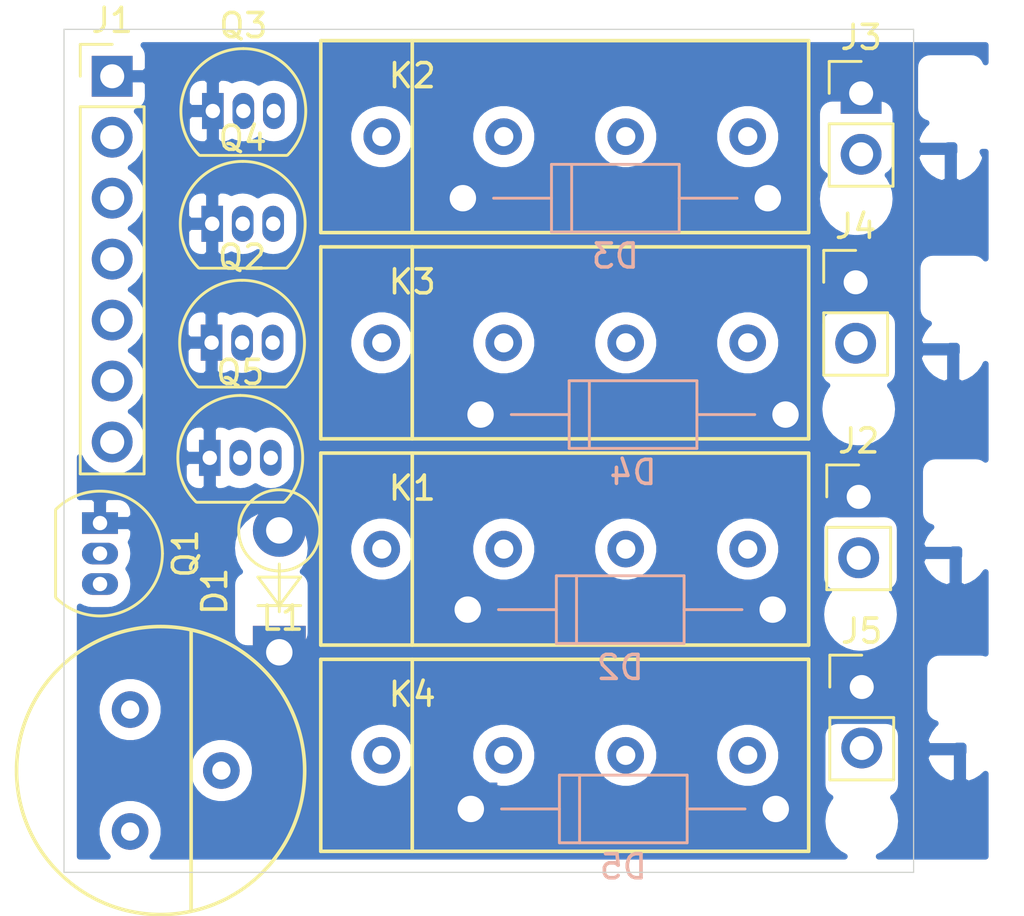
<source format=kicad_pcb>
(kicad_pcb (version 20171130) (host pcbnew "(5.1.2)-1")

  (general
    (thickness 1.6)
    (drawings 4)
    (tracks 0)
    (zones 0)
    (modules 20)
    (nets 19)
  )

  (page A4)
  (layers
    (0 F.Cu signal)
    (31 B.Cu signal)
    (32 B.Adhes user)
    (33 F.Adhes user)
    (34 B.Paste user)
    (35 F.Paste user)
    (36 B.SilkS user)
    (37 F.SilkS user)
    (38 B.Mask user)
    (39 F.Mask user)
    (40 Dwgs.User user)
    (41 Cmts.User user)
    (42 Eco1.User user)
    (43 Eco2.User user)
    (44 Edge.Cuts user)
    (45 Margin user)
    (46 B.CrtYd user)
    (47 F.CrtYd user)
    (48 B.Fab user)
    (49 F.Fab user)
  )

  (setup
    (last_trace_width 0.25)
    (trace_clearance 0.2)
    (zone_clearance 0.508)
    (zone_45_only no)
    (trace_min 0.2)
    (via_size 0.8)
    (via_drill 0.4)
    (via_min_size 0.4)
    (via_min_drill 0.3)
    (uvia_size 0.3)
    (uvia_drill 0.1)
    (uvias_allowed no)
    (uvia_min_size 0.2)
    (uvia_min_drill 0.1)
    (edge_width 0.05)
    (segment_width 0.2)
    (pcb_text_width 0.3)
    (pcb_text_size 1.5 1.5)
    (mod_edge_width 0.12)
    (mod_text_size 1 1)
    (mod_text_width 0.15)
    (pad_size 1.524 1.524)
    (pad_drill 0.762)
    (pad_to_mask_clearance 0.051)
    (solder_mask_min_width 0.25)
    (aux_axis_origin 0 0)
    (visible_elements FFFFEF7F)
    (pcbplotparams
      (layerselection 0x010fc_ffffffff)
      (usegerberextensions false)
      (usegerberattributes false)
      (usegerberadvancedattributes false)
      (creategerberjobfile false)
      (excludeedgelayer true)
      (linewidth 0.100000)
      (plotframeref false)
      (viasonmask false)
      (mode 1)
      (useauxorigin false)
      (hpglpennumber 1)
      (hpglpenspeed 20)
      (hpglpendiameter 15.000000)
      (psnegative false)
      (psa4output false)
      (plotreference true)
      (plotvalue true)
      (plotinvisibletext false)
      (padsonsilk false)
      (subtractmaskfromsilk false)
      (outputformat 1)
      (mirror false)
      (drillshape 1)
      (scaleselection 1)
      (outputdirectory ""))
  )

  (net 0 "")
  (net 1 VCC)
  (net 2 "Net-(D1-Pad1)")
  (net 3 "Net-(D2-Pad2)")
  (net 4 "Net-(D3-Pad2)")
  (net 5 "Net-(D4-Pad2)")
  (net 6 "Net-(D5-Pad2)")
  (net 7 GND)
  (net 8 US-modulation)
  (net 9 channel-4)
  (net 10 channel-3)
  (net 11 channel-2)
  (net 12 channel-1)
  (net 13 "Net-(J2-Pad1)")
  (net 14 "Net-(J3-Pad1)")
  (net 15 "Net-(J4-Pad1)")
  (net 16 "Net-(J5-Pad1)")
  (net 17 US_pwr)
  (net 18 "Net-(L1-Pad2)")

  (net_class Default "This is the default net class."
    (clearance 0.2)
    (trace_width 0.25)
    (via_dia 0.8)
    (via_drill 0.4)
    (uvia_dia 0.3)
    (uvia_drill 0.1)
    (add_net GND)
    (add_net "Net-(D1-Pad1)")
    (add_net "Net-(D2-Pad2)")
    (add_net "Net-(D3-Pad2)")
    (add_net "Net-(D4-Pad2)")
    (add_net "Net-(D5-Pad2)")
    (add_net "Net-(J2-Pad1)")
    (add_net "Net-(J3-Pad1)")
    (add_net "Net-(J4-Pad1)")
    (add_net "Net-(J5-Pad1)")
    (add_net "Net-(L1-Pad2)")
    (add_net US-modulation)
    (add_net US_pwr)
    (add_net VCC)
    (add_net channel-1)
    (add_net channel-2)
    (add_net channel-3)
    (add_net channel-4)
  )

  (module jasmoh-footprints:SIP-Form-A-SPST-Reed (layer F.Cu) (tedit 5D1A6D3C) (tstamp 5D1A708F)
    (at 113.157 73.092732)
    (path /5D16FF02)
    (fp_text reference K1 (at 1.27 -2.54) (layer F.SilkS)
      (effects (font (size 1 1) (thickness 0.15)))
    )
    (fp_text value SIP-1A05 (at 8.89 2.54) (layer F.Fab)
      (effects (font (size 1 1) (thickness 0.15)))
    )
    (fp_line (start 1.27 -4) (end 1.27 4) (layer F.SilkS) (width 0.15))
    (fp_line (start 17.78 -4) (end -2.54 -4) (layer F.SilkS) (width 0.15))
    (fp_line (start 17.78 -4) (end 17.78 4) (layer F.SilkS) (width 0.15))
    (fp_line (start -2.54 4) (end 17.78 4) (layer F.SilkS) (width 0.15))
    (fp_line (start -2.54 -4) (end -2.54 4) (layer F.SilkS) (width 0.15))
    (pad 4 thru_hole circle (at 15.24 0) (size 1.524 1.524) (drill 0.8) (layers *.Cu *.Mask)
      (net 13 "Net-(J2-Pad1)"))
    (pad 3 thru_hole circle (at 10.16 0) (size 1.524 1.524) (drill 0.8) (layers *.Cu *.Mask)
      (net 3 "Net-(D2-Pad2)"))
    (pad 2 thru_hole circle (at 5.08 0) (size 1.524 1.524) (drill 0.8) (layers *.Cu *.Mask)
      (net 1 VCC))
    (pad 1 thru_hole circle (at 0 0) (size 1.524 1.524) (drill 0.8) (layers *.Cu *.Mask)
      (net 17 US_pwr))
  )

  (module jasmoh-footprints:SIP-Form-A-SPST-Reed (layer F.Cu) (tedit 5D1A6D3C) (tstamp 5D1A70B6)
    (at 113.157 81.6864)
    (path /5D1FB28C)
    (fp_text reference K4 (at 1.27 -2.54) (layer F.SilkS)
      (effects (font (size 1 1) (thickness 0.15)))
    )
    (fp_text value SIP-1A05 (at 8.89 2.54) (layer F.Fab)
      (effects (font (size 1 1) (thickness 0.15)))
    )
    (fp_line (start 1.27 -4) (end 1.27 4) (layer F.SilkS) (width 0.15))
    (fp_line (start 17.78 -4) (end -2.54 -4) (layer F.SilkS) (width 0.15))
    (fp_line (start 17.78 -4) (end 17.78 4) (layer F.SilkS) (width 0.15))
    (fp_line (start -2.54 4) (end 17.78 4) (layer F.SilkS) (width 0.15))
    (fp_line (start -2.54 -4) (end -2.54 4) (layer F.SilkS) (width 0.15))
    (pad 4 thru_hole circle (at 15.24 0) (size 1.524 1.524) (drill 0.8) (layers *.Cu *.Mask)
      (net 16 "Net-(J5-Pad1)"))
    (pad 3 thru_hole circle (at 10.16 0) (size 1.524 1.524) (drill 0.8) (layers *.Cu *.Mask)
      (net 6 "Net-(D5-Pad2)"))
    (pad 2 thru_hole circle (at 5.08 0) (size 1.524 1.524) (drill 0.8) (layers *.Cu *.Mask)
      (net 1 VCC))
    (pad 1 thru_hole circle (at 0 0) (size 1.524 1.524) (drill 0.8) (layers *.Cu *.Mask)
      (net 17 US_pwr))
  )

  (module jasmoh-footprints:SIP-Form-A-SPST-Reed (layer F.Cu) (tedit 5D1A6D3C) (tstamp 5D1A70A9)
    (at 113.157 64.499066)
    (path /5D200D90)
    (fp_text reference K3 (at 1.27 -2.54) (layer F.SilkS)
      (effects (font (size 1 1) (thickness 0.15)))
    )
    (fp_text value SIP-1A05 (at 8.89 2.54) (layer F.Fab)
      (effects (font (size 1 1) (thickness 0.15)))
    )
    (fp_line (start 1.27 -4) (end 1.27 4) (layer F.SilkS) (width 0.15))
    (fp_line (start 17.78 -4) (end -2.54 -4) (layer F.SilkS) (width 0.15))
    (fp_line (start 17.78 -4) (end 17.78 4) (layer F.SilkS) (width 0.15))
    (fp_line (start -2.54 4) (end 17.78 4) (layer F.SilkS) (width 0.15))
    (fp_line (start -2.54 -4) (end -2.54 4) (layer F.SilkS) (width 0.15))
    (pad 4 thru_hole circle (at 15.24 0) (size 1.524 1.524) (drill 0.8) (layers *.Cu *.Mask)
      (net 15 "Net-(J4-Pad1)"))
    (pad 3 thru_hole circle (at 10.16 0) (size 1.524 1.524) (drill 0.8) (layers *.Cu *.Mask)
      (net 5 "Net-(D4-Pad2)"))
    (pad 2 thru_hole circle (at 5.08 0) (size 1.524 1.524) (drill 0.8) (layers *.Cu *.Mask)
      (net 1 VCC))
    (pad 1 thru_hole circle (at 0 0) (size 1.524 1.524) (drill 0.8) (layers *.Cu *.Mask)
      (net 17 US_pwr))
  )

  (module jasmoh-footprints:SIP-Form-A-SPST-Reed (layer F.Cu) (tedit 5D1A6D3C) (tstamp 5D1A709C)
    (at 113.157 55.9054)
    (path /5D209A9F)
    (fp_text reference K2 (at 1.27 -2.54) (layer F.SilkS)
      (effects (font (size 1 1) (thickness 0.15)))
    )
    (fp_text value SIP-1A05 (at 8.89 2.54 90) (layer F.Fab)
      (effects (font (size 1 1) (thickness 0.15)))
    )
    (fp_line (start 1.27 -4) (end 1.27 4) (layer F.SilkS) (width 0.15))
    (fp_line (start 17.78 -4) (end -2.54 -4) (layer F.SilkS) (width 0.15))
    (fp_line (start 17.78 -4) (end 17.78 4) (layer F.SilkS) (width 0.15))
    (fp_line (start -2.54 4) (end 17.78 4) (layer F.SilkS) (width 0.15))
    (fp_line (start -2.54 -4) (end -2.54 4) (layer F.SilkS) (width 0.15))
    (pad 4 thru_hole circle (at 15.24 0) (size 1.524 1.524) (drill 0.8) (layers *.Cu *.Mask)
      (net 14 "Net-(J3-Pad1)"))
    (pad 3 thru_hole circle (at 10.16 0) (size 1.524 1.524) (drill 0.8) (layers *.Cu *.Mask)
      (net 4 "Net-(D3-Pad2)"))
    (pad 2 thru_hole circle (at 5.08 0) (size 1.524 1.524) (drill 0.8) (layers *.Cu *.Mask)
      (net 1 VCC))
    (pad 1 thru_hole circle (at 0 0) (size 1.524 1.524) (drill 0.8) (layers *.Cu *.Mask)
      (net 17 US_pwr))
  )

  (module Pin_Headers:Pin_Header_Straight_1x07_Pitch2.54mm (layer F.Cu) (tedit 59650532) (tstamp 5D1A7AB4)
    (at 101.9302 53.3908)
    (descr "Through hole straight pin header, 1x07, 2.54mm pitch, single row")
    (tags "Through hole pin header THT 1x07 2.54mm single row")
    (path /5D1DE93C)
    (fp_text reference J1 (at 0 -2.33) (layer F.SilkS)
      (effects (font (size 1 1) (thickness 0.15)))
    )
    (fp_text value Conn_01x07 (at 0 17.57) (layer F.Fab)
      (effects (font (size 1 1) (thickness 0.15)))
    )
    (fp_text user %R (at 0 7.62 90) (layer F.Fab)
      (effects (font (size 1 1) (thickness 0.15)))
    )
    (fp_line (start 1.8 -1.8) (end -1.8 -1.8) (layer F.CrtYd) (width 0.05))
    (fp_line (start 1.8 17.05) (end 1.8 -1.8) (layer F.CrtYd) (width 0.05))
    (fp_line (start -1.8 17.05) (end 1.8 17.05) (layer F.CrtYd) (width 0.05))
    (fp_line (start -1.8 -1.8) (end -1.8 17.05) (layer F.CrtYd) (width 0.05))
    (fp_line (start -1.33 -1.33) (end 0 -1.33) (layer F.SilkS) (width 0.12))
    (fp_line (start -1.33 0) (end -1.33 -1.33) (layer F.SilkS) (width 0.12))
    (fp_line (start -1.33 1.27) (end 1.33 1.27) (layer F.SilkS) (width 0.12))
    (fp_line (start 1.33 1.27) (end 1.33 16.57) (layer F.SilkS) (width 0.12))
    (fp_line (start -1.33 1.27) (end -1.33 16.57) (layer F.SilkS) (width 0.12))
    (fp_line (start -1.33 16.57) (end 1.33 16.57) (layer F.SilkS) (width 0.12))
    (fp_line (start -1.27 -0.635) (end -0.635 -1.27) (layer F.Fab) (width 0.1))
    (fp_line (start -1.27 16.51) (end -1.27 -0.635) (layer F.Fab) (width 0.1))
    (fp_line (start 1.27 16.51) (end -1.27 16.51) (layer F.Fab) (width 0.1))
    (fp_line (start 1.27 -1.27) (end 1.27 16.51) (layer F.Fab) (width 0.1))
    (fp_line (start -0.635 -1.27) (end 1.27 -1.27) (layer F.Fab) (width 0.1))
    (pad 7 thru_hole oval (at 0 15.24) (size 1.7 1.7) (drill 1) (layers *.Cu *.Mask)
      (net 1 VCC))
    (pad 6 thru_hole oval (at 0 12.7) (size 1.7 1.7) (drill 1) (layers *.Cu *.Mask)
      (net 8 US-modulation))
    (pad 5 thru_hole oval (at 0 10.16) (size 1.7 1.7) (drill 1) (layers *.Cu *.Mask)
      (net 9 channel-4))
    (pad 4 thru_hole oval (at 0 7.62) (size 1.7 1.7) (drill 1) (layers *.Cu *.Mask)
      (net 10 channel-3))
    (pad 3 thru_hole oval (at 0 5.08) (size 1.7 1.7) (drill 1) (layers *.Cu *.Mask)
      (net 11 channel-2))
    (pad 2 thru_hole oval (at 0 2.54) (size 1.7 1.7) (drill 1) (layers *.Cu *.Mask)
      (net 12 channel-1))
    (pad 1 thru_hole rect (at 0 0) (size 1.7 1.7) (drill 1) (layers *.Cu *.Mask)
      (net 7 GND))
    (model ${KISYS3DMOD}/Pin_Headers.3dshapes/Pin_Header_Straight_1x07_Pitch2.54mm.wrl
      (at (xyz 0 0 0))
      (scale (xyz 1 1 1))
      (rotate (xyz 0 0 0))
    )
  )

  (module Pin_Headers:Pin_Header_Straight_1x02_Pitch2.54mm (layer F.Cu) (tedit 59650532) (tstamp 5D1A7040)
    (at 133.0198 70.9168)
    (descr "Through hole straight pin header, 1x02, 2.54mm pitch, single row")
    (tags "Through hole pin header THT 1x02 2.54mm single row")
    (path /5D16FF08)
    (fp_text reference J2 (at 0 -2.33) (layer F.SilkS)
      (effects (font (size 1 1) (thickness 0.15)))
    )
    (fp_text value Conn_01x02_Male (at 0 4.87) (layer F.Fab)
      (effects (font (size 1 1) (thickness 0.15)))
    )
    (fp_line (start -0.635 -1.27) (end 1.27 -1.27) (layer F.Fab) (width 0.1))
    (fp_line (start 1.27 -1.27) (end 1.27 3.81) (layer F.Fab) (width 0.1))
    (fp_line (start 1.27 3.81) (end -1.27 3.81) (layer F.Fab) (width 0.1))
    (fp_line (start -1.27 3.81) (end -1.27 -0.635) (layer F.Fab) (width 0.1))
    (fp_line (start -1.27 -0.635) (end -0.635 -1.27) (layer F.Fab) (width 0.1))
    (fp_line (start -1.33 3.87) (end 1.33 3.87) (layer F.SilkS) (width 0.12))
    (fp_line (start -1.33 1.27) (end -1.33 3.87) (layer F.SilkS) (width 0.12))
    (fp_line (start 1.33 1.27) (end 1.33 3.87) (layer F.SilkS) (width 0.12))
    (fp_line (start -1.33 1.27) (end 1.33 1.27) (layer F.SilkS) (width 0.12))
    (fp_line (start -1.33 0) (end -1.33 -1.33) (layer F.SilkS) (width 0.12))
    (fp_line (start -1.33 -1.33) (end 0 -1.33) (layer F.SilkS) (width 0.12))
    (fp_line (start -1.8 -1.8) (end -1.8 4.35) (layer F.CrtYd) (width 0.05))
    (fp_line (start -1.8 4.35) (end 1.8 4.35) (layer F.CrtYd) (width 0.05))
    (fp_line (start 1.8 4.35) (end 1.8 -1.8) (layer F.CrtYd) (width 0.05))
    (fp_line (start 1.8 -1.8) (end -1.8 -1.8) (layer F.CrtYd) (width 0.05))
    (fp_text user %R (at 0 1.27 90) (layer F.Fab)
      (effects (font (size 1 1) (thickness 0.15)))
    )
    (pad 1 thru_hole rect (at 0 0) (size 1.7 1.7) (drill 1) (layers *.Cu *.Mask)
      (net 13 "Net-(J2-Pad1)"))
    (pad 2 thru_hole oval (at 0 2.54) (size 1.7 1.7) (drill 1) (layers *.Cu *.Mask)
      (net 7 GND))
    (model ${KISYS3DMOD}/Pin_Headers.3dshapes/Pin_Header_Straight_1x02_Pitch2.54mm.wrl
      (at (xyz 0 0 0))
      (scale (xyz 1 1 1))
      (rotate (xyz 0 0 0))
    )
  )

  (module Pin_Headers:Pin_Header_Straight_1x02_Pitch2.54mm (layer F.Cu) (tedit 59650532) (tstamp 5D1A8DE2)
    (at 133.1214 54.102)
    (descr "Through hole straight pin header, 1x02, 2.54mm pitch, single row")
    (tags "Through hole pin header THT 1x02 2.54mm single row")
    (path /5D209AA5)
    (fp_text reference J3 (at 0 -2.33) (layer F.SilkS)
      (effects (font (size 1 1) (thickness 0.15)))
    )
    (fp_text value Conn_01x02_Male (at 0 4.87) (layer F.Fab)
      (effects (font (size 1 1) (thickness 0.15)))
    )
    (fp_line (start -0.635 -1.27) (end 1.27 -1.27) (layer F.Fab) (width 0.1))
    (fp_line (start 1.27 -1.27) (end 1.27 3.81) (layer F.Fab) (width 0.1))
    (fp_line (start 1.27 3.81) (end -1.27 3.81) (layer F.Fab) (width 0.1))
    (fp_line (start -1.27 3.81) (end -1.27 -0.635) (layer F.Fab) (width 0.1))
    (fp_line (start -1.27 -0.635) (end -0.635 -1.27) (layer F.Fab) (width 0.1))
    (fp_line (start -1.33 3.87) (end 1.33 3.87) (layer F.SilkS) (width 0.12))
    (fp_line (start -1.33 1.27) (end -1.33 3.87) (layer F.SilkS) (width 0.12))
    (fp_line (start 1.33 1.27) (end 1.33 3.87) (layer F.SilkS) (width 0.12))
    (fp_line (start -1.33 1.27) (end 1.33 1.27) (layer F.SilkS) (width 0.12))
    (fp_line (start -1.33 0) (end -1.33 -1.33) (layer F.SilkS) (width 0.12))
    (fp_line (start -1.33 -1.33) (end 0 -1.33) (layer F.SilkS) (width 0.12))
    (fp_line (start -1.8 -1.8) (end -1.8 4.35) (layer F.CrtYd) (width 0.05))
    (fp_line (start -1.8 4.35) (end 1.8 4.35) (layer F.CrtYd) (width 0.05))
    (fp_line (start 1.8 4.35) (end 1.8 -1.8) (layer F.CrtYd) (width 0.05))
    (fp_line (start 1.8 -1.8) (end -1.8 -1.8) (layer F.CrtYd) (width 0.05))
    (fp_text user %R (at 0 1.27 90) (layer F.Fab)
      (effects (font (size 1 1) (thickness 0.15)))
    )
    (pad 1 thru_hole rect (at 0 0) (size 1.7 1.7) (drill 1) (layers *.Cu *.Mask)
      (net 14 "Net-(J3-Pad1)"))
    (pad 2 thru_hole oval (at 0 2.54) (size 1.7 1.7) (drill 1) (layers *.Cu *.Mask)
      (net 7 GND))
    (model ${KISYS3DMOD}/Pin_Headers.3dshapes/Pin_Header_Straight_1x02_Pitch2.54mm.wrl
      (at (xyz 0 0 0))
      (scale (xyz 1 1 1))
      (rotate (xyz 0 0 0))
    )
  )

  (module Pin_Headers:Pin_Header_Straight_1x02_Pitch2.54mm (layer F.Cu) (tedit 59650532) (tstamp 5D1A706C)
    (at 132.8928 61.976)
    (descr "Through hole straight pin header, 1x02, 2.54mm pitch, single row")
    (tags "Through hole pin header THT 1x02 2.54mm single row")
    (path /5D200D96)
    (fp_text reference J4 (at 0 -2.33) (layer F.SilkS)
      (effects (font (size 1 1) (thickness 0.15)))
    )
    (fp_text value Conn_01x02_Male (at 0 4.87) (layer F.Fab)
      (effects (font (size 1 1) (thickness 0.15)))
    )
    (fp_text user %R (at 0 1.27 90) (layer F.Fab)
      (effects (font (size 1 1) (thickness 0.15)))
    )
    (fp_line (start 1.8 -1.8) (end -1.8 -1.8) (layer F.CrtYd) (width 0.05))
    (fp_line (start 1.8 4.35) (end 1.8 -1.8) (layer F.CrtYd) (width 0.05))
    (fp_line (start -1.8 4.35) (end 1.8 4.35) (layer F.CrtYd) (width 0.05))
    (fp_line (start -1.8 -1.8) (end -1.8 4.35) (layer F.CrtYd) (width 0.05))
    (fp_line (start -1.33 -1.33) (end 0 -1.33) (layer F.SilkS) (width 0.12))
    (fp_line (start -1.33 0) (end -1.33 -1.33) (layer F.SilkS) (width 0.12))
    (fp_line (start -1.33 1.27) (end 1.33 1.27) (layer F.SilkS) (width 0.12))
    (fp_line (start 1.33 1.27) (end 1.33 3.87) (layer F.SilkS) (width 0.12))
    (fp_line (start -1.33 1.27) (end -1.33 3.87) (layer F.SilkS) (width 0.12))
    (fp_line (start -1.33 3.87) (end 1.33 3.87) (layer F.SilkS) (width 0.12))
    (fp_line (start -1.27 -0.635) (end -0.635 -1.27) (layer F.Fab) (width 0.1))
    (fp_line (start -1.27 3.81) (end -1.27 -0.635) (layer F.Fab) (width 0.1))
    (fp_line (start 1.27 3.81) (end -1.27 3.81) (layer F.Fab) (width 0.1))
    (fp_line (start 1.27 -1.27) (end 1.27 3.81) (layer F.Fab) (width 0.1))
    (fp_line (start -0.635 -1.27) (end 1.27 -1.27) (layer F.Fab) (width 0.1))
    (pad 2 thru_hole oval (at 0 2.54) (size 1.7 1.7) (drill 1) (layers *.Cu *.Mask)
      (net 7 GND))
    (pad 1 thru_hole rect (at 0 0) (size 1.7 1.7) (drill 1) (layers *.Cu *.Mask)
      (net 15 "Net-(J4-Pad1)"))
    (model ${KISYS3DMOD}/Pin_Headers.3dshapes/Pin_Header_Straight_1x02_Pitch2.54mm.wrl
      (at (xyz 0 0 0))
      (scale (xyz 1 1 1))
      (rotate (xyz 0 0 0))
    )
  )

  (module Pin_Headers:Pin_Header_Straight_1x02_Pitch2.54mm (layer F.Cu) (tedit 59650532) (tstamp 5D1A7082)
    (at 133.1468 78.8416)
    (descr "Through hole straight pin header, 1x02, 2.54mm pitch, single row")
    (tags "Through hole pin header THT 1x02 2.54mm single row")
    (path /5D1FB292)
    (fp_text reference J5 (at 0 -2.33) (layer F.SilkS)
      (effects (font (size 1 1) (thickness 0.15)))
    )
    (fp_text value Conn_01x02_Male (at 0 4.87) (layer F.Fab)
      (effects (font (size 1 1) (thickness 0.15)))
    )
    (fp_text user %R (at 0 1.27 90) (layer F.Fab)
      (effects (font (size 1 1) (thickness 0.15)))
    )
    (fp_line (start 1.8 -1.8) (end -1.8 -1.8) (layer F.CrtYd) (width 0.05))
    (fp_line (start 1.8 4.35) (end 1.8 -1.8) (layer F.CrtYd) (width 0.05))
    (fp_line (start -1.8 4.35) (end 1.8 4.35) (layer F.CrtYd) (width 0.05))
    (fp_line (start -1.8 -1.8) (end -1.8 4.35) (layer F.CrtYd) (width 0.05))
    (fp_line (start -1.33 -1.33) (end 0 -1.33) (layer F.SilkS) (width 0.12))
    (fp_line (start -1.33 0) (end -1.33 -1.33) (layer F.SilkS) (width 0.12))
    (fp_line (start -1.33 1.27) (end 1.33 1.27) (layer F.SilkS) (width 0.12))
    (fp_line (start 1.33 1.27) (end 1.33 3.87) (layer F.SilkS) (width 0.12))
    (fp_line (start -1.33 1.27) (end -1.33 3.87) (layer F.SilkS) (width 0.12))
    (fp_line (start -1.33 3.87) (end 1.33 3.87) (layer F.SilkS) (width 0.12))
    (fp_line (start -1.27 -0.635) (end -0.635 -1.27) (layer F.Fab) (width 0.1))
    (fp_line (start -1.27 3.81) (end -1.27 -0.635) (layer F.Fab) (width 0.1))
    (fp_line (start 1.27 3.81) (end -1.27 3.81) (layer F.Fab) (width 0.1))
    (fp_line (start 1.27 -1.27) (end 1.27 3.81) (layer F.Fab) (width 0.1))
    (fp_line (start -0.635 -1.27) (end 1.27 -1.27) (layer F.Fab) (width 0.1))
    (pad 2 thru_hole oval (at 0 2.54) (size 1.7 1.7) (drill 1) (layers *.Cu *.Mask)
      (net 7 GND))
    (pad 1 thru_hole rect (at 0 0) (size 1.7 1.7) (drill 1) (layers *.Cu *.Mask)
      (net 16 "Net-(J5-Pad1)"))
    (model ${KISYS3DMOD}/Pin_Headers.3dshapes/Pin_Header_Straight_1x02_Pitch2.54mm.wrl
      (at (xyz 0 0 0))
      (scale (xyz 1 1 1))
      (rotate (xyz 0 0 0))
    )
  )

  (module jasmoh-footprints:buzzer_coil (layer F.Cu) (tedit 5D1A6B26) (tstamp 5D1A8F2B)
    (at 102.6768 82.3214)
    (path /5D164C59)
    (fp_text reference L1 (at 6.35 -6.35 180) (layer F.SilkS)
      (effects (font (size 1 1) (thickness 0.15)))
    )
    (fp_text value L (at -1.27 0) (layer F.Fab)
      (effects (font (size 1 1) (thickness 0.15)))
    )
    (fp_circle (center 1.27 0) (end 7.27 0) (layer F.SilkS) (width 0.15))
    (fp_line (start 2.54 -5.85) (end 2.54 5.85) (layer F.SilkS) (width 0.15))
    (pad 1 thru_hole circle (at 3.8 0) (size 1.524 1.524) (drill 0.762) (layers *.Cu *.Mask)
      (net 17 US_pwr))
    (pad 2 thru_hole circle (at 0 -2.54) (size 1.524 1.524) (drill 0.762) (layers *.Cu *.Mask)
      (net 18 "Net-(L1-Pad2)"))
    (pad 3 thru_hole circle (at 0 2.54) (size 1.524 1.524) (drill 0.762) (layers *.Cu *.Mask)
      (net 2 "Net-(D1-Pad1)"))
  )

  (module TO_SOT_Packages_THT:TO-92_Inline_Narrow_Oval (layer F.Cu) (tedit 58CE52AF) (tstamp 5D1A70D1)
    (at 101.4222 72.009 270)
    (descr "TO-92 leads in-line, narrow, oval pads, drill 0.6mm (see NXP sot054_po.pdf)")
    (tags "to-92 sc-43 sc-43a sot54 PA33 transistor")
    (path /5D20E763)
    (fp_text reference Q1 (at 1.27 -3.56 90) (layer F.SilkS)
      (effects (font (size 1 1) (thickness 0.15)))
    )
    (fp_text value Q_NMOS_SGD (at 1.27 2.79 90) (layer F.Fab)
      (effects (font (size 1 1) (thickness 0.15)))
    )
    (fp_arc (start 1.27 0) (end 1.27 -2.6) (angle 135) (layer F.SilkS) (width 0.12))
    (fp_arc (start 1.27 0) (end 1.27 -2.48) (angle -135) (layer F.Fab) (width 0.1))
    (fp_arc (start 1.27 0) (end 1.27 -2.6) (angle -135) (layer F.SilkS) (width 0.12))
    (fp_arc (start 1.27 0) (end 1.27 -2.48) (angle 135) (layer F.Fab) (width 0.1))
    (fp_line (start 4 2.01) (end -1.46 2.01) (layer F.CrtYd) (width 0.05))
    (fp_line (start 4 2.01) (end 4 -2.73) (layer F.CrtYd) (width 0.05))
    (fp_line (start -1.46 -2.73) (end -1.46 2.01) (layer F.CrtYd) (width 0.05))
    (fp_line (start -1.46 -2.73) (end 4 -2.73) (layer F.CrtYd) (width 0.05))
    (fp_line (start -0.5 1.75) (end 3 1.75) (layer F.Fab) (width 0.1))
    (fp_line (start -0.53 1.85) (end 3.07 1.85) (layer F.SilkS) (width 0.12))
    (fp_text user %R (at 1.27 -3.56 90) (layer F.Fab)
      (effects (font (size 1 1) (thickness 0.15)))
    )
    (pad 1 thru_hole rect (at 0 0 90) (size 0.9 1.5) (drill 0.6) (layers *.Cu *.Mask)
      (net 7 GND))
    (pad 3 thru_hole oval (at 2.54 0 90) (size 0.9 1.5) (drill 0.6) (layers *.Cu *.Mask)
      (net 18 "Net-(L1-Pad2)"))
    (pad 2 thru_hole oval (at 1.27 0 90) (size 0.9 1.5) (drill 0.6) (layers *.Cu *.Mask)
      (net 8 US-modulation))
    (model ${KISYS3DMOD}/TO_SOT_Packages_THT.3dshapes/TO-92_Inline_Narrow_Oval.wrl
      (offset (xyz 1.269999980926514 0 0))
      (scale (xyz 1 1 1))
      (rotate (xyz 0 0 -90))
    )
  )

  (module TO_SOT_Packages_THT:TO-92_Inline_Narrow_Oval (layer F.Cu) (tedit 58CE52AF) (tstamp 5D1A70E3)
    (at 106.0704 64.4906)
    (descr "TO-92 leads in-line, narrow, oval pads, drill 0.6mm (see NXP sot054_po.pdf)")
    (tags "to-92 sc-43 sc-43a sot54 PA33 transistor")
    (path /5D212E74)
    (fp_text reference Q2 (at 1.27 -3.56) (layer F.SilkS)
      (effects (font (size 1 1) (thickness 0.15)))
    )
    (fp_text value Q_NMOS_SGD (at 1.27 2.79) (layer F.Fab)
      (effects (font (size 1 1) (thickness 0.15)))
    )
    (fp_arc (start 1.27 0) (end 1.27 -2.6) (angle 135) (layer F.SilkS) (width 0.12))
    (fp_arc (start 1.27 0) (end 1.27 -2.48) (angle -135) (layer F.Fab) (width 0.1))
    (fp_arc (start 1.27 0) (end 1.27 -2.6) (angle -135) (layer F.SilkS) (width 0.12))
    (fp_arc (start 1.27 0) (end 1.27 -2.48) (angle 135) (layer F.Fab) (width 0.1))
    (fp_line (start 4 2.01) (end -1.46 2.01) (layer F.CrtYd) (width 0.05))
    (fp_line (start 4 2.01) (end 4 -2.73) (layer F.CrtYd) (width 0.05))
    (fp_line (start -1.46 -2.73) (end -1.46 2.01) (layer F.CrtYd) (width 0.05))
    (fp_line (start -1.46 -2.73) (end 4 -2.73) (layer F.CrtYd) (width 0.05))
    (fp_line (start -0.5 1.75) (end 3 1.75) (layer F.Fab) (width 0.1))
    (fp_line (start -0.53 1.85) (end 3.07 1.85) (layer F.SilkS) (width 0.12))
    (fp_text user %R (at 1.27 -3.56) (layer F.Fab)
      (effects (font (size 1 1) (thickness 0.15)))
    )
    (pad 1 thru_hole rect (at 0 0 180) (size 0.9 1.5) (drill 0.6) (layers *.Cu *.Mask)
      (net 7 GND))
    (pad 3 thru_hole oval (at 2.54 0 180) (size 0.9 1.5) (drill 0.6) (layers *.Cu *.Mask)
      (net 3 "Net-(D2-Pad2)"))
    (pad 2 thru_hole oval (at 1.27 0 180) (size 0.9 1.5) (drill 0.6) (layers *.Cu *.Mask)
      (net 10 channel-3))
    (model ${KISYS3DMOD}/TO_SOT_Packages_THT.3dshapes/TO-92_Inline_Narrow_Oval.wrl
      (offset (xyz 1.269999980926514 0 0))
      (scale (xyz 1 1 1))
      (rotate (xyz 0 0 -90))
    )
  )

  (module TO_SOT_Packages_THT:TO-92_Inline_Narrow_Oval (layer F.Cu) (tedit 58CE52AF) (tstamp 5D1A70F5)
    (at 106.1212 54.8386)
    (descr "TO-92 leads in-line, narrow, oval pads, drill 0.6mm (see NXP sot054_po.pdf)")
    (tags "to-92 sc-43 sc-43a sot54 PA33 transistor")
    (path /5D210BEE)
    (fp_text reference Q3 (at 1.27 -3.56) (layer F.SilkS)
      (effects (font (size 1 1) (thickness 0.15)))
    )
    (fp_text value Q_NMOS_SGD (at 1.27 2.79) (layer F.Fab)
      (effects (font (size 1 1) (thickness 0.15)))
    )
    (fp_text user %R (at 1.27 -3.56) (layer F.Fab)
      (effects (font (size 1 1) (thickness 0.15)))
    )
    (fp_line (start -0.53 1.85) (end 3.07 1.85) (layer F.SilkS) (width 0.12))
    (fp_line (start -0.5 1.75) (end 3 1.75) (layer F.Fab) (width 0.1))
    (fp_line (start -1.46 -2.73) (end 4 -2.73) (layer F.CrtYd) (width 0.05))
    (fp_line (start -1.46 -2.73) (end -1.46 2.01) (layer F.CrtYd) (width 0.05))
    (fp_line (start 4 2.01) (end 4 -2.73) (layer F.CrtYd) (width 0.05))
    (fp_line (start 4 2.01) (end -1.46 2.01) (layer F.CrtYd) (width 0.05))
    (fp_arc (start 1.27 0) (end 1.27 -2.48) (angle 135) (layer F.Fab) (width 0.1))
    (fp_arc (start 1.27 0) (end 1.27 -2.6) (angle -135) (layer F.SilkS) (width 0.12))
    (fp_arc (start 1.27 0) (end 1.27 -2.48) (angle -135) (layer F.Fab) (width 0.1))
    (fp_arc (start 1.27 0) (end 1.27 -2.6) (angle 135) (layer F.SilkS) (width 0.12))
    (pad 2 thru_hole oval (at 1.27 0 180) (size 0.9 1.5) (drill 0.6) (layers *.Cu *.Mask)
      (net 12 channel-1))
    (pad 3 thru_hole oval (at 2.54 0 180) (size 0.9 1.5) (drill 0.6) (layers *.Cu *.Mask)
      (net 4 "Net-(D3-Pad2)"))
    (pad 1 thru_hole rect (at 0 0 180) (size 0.9 1.5) (drill 0.6) (layers *.Cu *.Mask)
      (net 7 GND))
    (model ${KISYS3DMOD}/TO_SOT_Packages_THT.3dshapes/TO-92_Inline_Narrow_Oval.wrl
      (offset (xyz 1.269999980926514 0 0))
      (scale (xyz 1 1 1))
      (rotate (xyz 0 0 -90))
    )
  )

  (module TO_SOT_Packages_THT:TO-92_Inline_Narrow_Oval (layer F.Cu) (tedit 58CE52AF) (tstamp 5D1A7107)
    (at 106.0958 59.5376)
    (descr "TO-92 leads in-line, narrow, oval pads, drill 0.6mm (see NXP sot054_po.pdf)")
    (tags "to-92 sc-43 sc-43a sot54 PA33 transistor")
    (path /5D2116A9)
    (fp_text reference Q4 (at 1.27 -3.56) (layer F.SilkS)
      (effects (font (size 1 1) (thickness 0.15)))
    )
    (fp_text value Q_NMOS_SGD (at 1.27 2.79) (layer F.Fab)
      (effects (font (size 1 1) (thickness 0.15)))
    )
    (fp_arc (start 1.27 0) (end 1.27 -2.6) (angle 135) (layer F.SilkS) (width 0.12))
    (fp_arc (start 1.27 0) (end 1.27 -2.48) (angle -135) (layer F.Fab) (width 0.1))
    (fp_arc (start 1.27 0) (end 1.27 -2.6) (angle -135) (layer F.SilkS) (width 0.12))
    (fp_arc (start 1.27 0) (end 1.27 -2.48) (angle 135) (layer F.Fab) (width 0.1))
    (fp_line (start 4 2.01) (end -1.46 2.01) (layer F.CrtYd) (width 0.05))
    (fp_line (start 4 2.01) (end 4 -2.73) (layer F.CrtYd) (width 0.05))
    (fp_line (start -1.46 -2.73) (end -1.46 2.01) (layer F.CrtYd) (width 0.05))
    (fp_line (start -1.46 -2.73) (end 4 -2.73) (layer F.CrtYd) (width 0.05))
    (fp_line (start -0.5 1.75) (end 3 1.75) (layer F.Fab) (width 0.1))
    (fp_line (start -0.53 1.85) (end 3.07 1.85) (layer F.SilkS) (width 0.12))
    (fp_text user %R (at 1.27 -3.56) (layer F.Fab)
      (effects (font (size 1 1) (thickness 0.15)))
    )
    (pad 1 thru_hole rect (at 0 0 180) (size 0.9 1.5) (drill 0.6) (layers *.Cu *.Mask)
      (net 7 GND))
    (pad 3 thru_hole oval (at 2.54 0 180) (size 0.9 1.5) (drill 0.6) (layers *.Cu *.Mask)
      (net 5 "Net-(D4-Pad2)"))
    (pad 2 thru_hole oval (at 1.27 0 180) (size 0.9 1.5) (drill 0.6) (layers *.Cu *.Mask)
      (net 11 channel-2))
    (model ${KISYS3DMOD}/TO_SOT_Packages_THT.3dshapes/TO-92_Inline_Narrow_Oval.wrl
      (offset (xyz 1.269999980926514 0 0))
      (scale (xyz 1 1 1))
      (rotate (xyz 0 0 -90))
    )
  )

  (module TO_SOT_Packages_THT:TO-92_Inline_Narrow_Oval (layer F.Cu) (tedit 58CE52AF) (tstamp 5D1A7119)
    (at 105.9942 69.2912)
    (descr "TO-92 leads in-line, narrow, oval pads, drill 0.6mm (see NXP sot054_po.pdf)")
    (tags "to-92 sc-43 sc-43a sot54 PA33 transistor")
    (path /5D2122E9)
    (fp_text reference Q5 (at 1.27 -3.56) (layer F.SilkS)
      (effects (font (size 1 1) (thickness 0.15)))
    )
    (fp_text value Q_NMOS_SGD (at 1.27 2.79) (layer F.Fab)
      (effects (font (size 1 1) (thickness 0.15)))
    )
    (fp_text user %R (at 1.27 -3.56) (layer F.Fab)
      (effects (font (size 1 1) (thickness 0.15)))
    )
    (fp_line (start -0.53 1.85) (end 3.07 1.85) (layer F.SilkS) (width 0.12))
    (fp_line (start -0.5 1.75) (end 3 1.75) (layer F.Fab) (width 0.1))
    (fp_line (start -1.46 -2.73) (end 4 -2.73) (layer F.CrtYd) (width 0.05))
    (fp_line (start -1.46 -2.73) (end -1.46 2.01) (layer F.CrtYd) (width 0.05))
    (fp_line (start 4 2.01) (end 4 -2.73) (layer F.CrtYd) (width 0.05))
    (fp_line (start 4 2.01) (end -1.46 2.01) (layer F.CrtYd) (width 0.05))
    (fp_arc (start 1.27 0) (end 1.27 -2.48) (angle 135) (layer F.Fab) (width 0.1))
    (fp_arc (start 1.27 0) (end 1.27 -2.6) (angle -135) (layer F.SilkS) (width 0.12))
    (fp_arc (start 1.27 0) (end 1.27 -2.48) (angle -135) (layer F.Fab) (width 0.1))
    (fp_arc (start 1.27 0) (end 1.27 -2.6) (angle 135) (layer F.SilkS) (width 0.12))
    (pad 2 thru_hole oval (at 1.27 0 180) (size 0.9 1.5) (drill 0.6) (layers *.Cu *.Mask)
      (net 9 channel-4))
    (pad 3 thru_hole oval (at 2.54 0 180) (size 0.9 1.5) (drill 0.6) (layers *.Cu *.Mask)
      (net 6 "Net-(D5-Pad2)"))
    (pad 1 thru_hole rect (at 0 0 180) (size 0.9 1.5) (drill 0.6) (layers *.Cu *.Mask)
      (net 7 GND))
    (model ${KISYS3DMOD}/TO_SOT_Packages_THT.3dshapes/TO-92_Inline_Narrow_Oval.wrl
      (offset (xyz 1.269999980926514 0 0))
      (scale (xyz 1 1 1))
      (rotate (xyz 0 0 -90))
    )
  )

  (module Diodes_THT:D_DO-41_SOD81_P5.08mm_Vertical_KathodeUp (layer F.Cu) (tedit 5921392F) (tstamp 5D1A8AE9)
    (at 108.8898 77.3938 90)
    (descr "D, DO-41_SOD81 series, Axial, Vertical, pin pitch=5.08mm, , length*diameter=5.2*2.7mm^2, , http://www.diodes.com/_files/packages/DO-41%20(Plastic).pdf")
    (tags "D DO-41_SOD81 series Axial Vertical pin pitch 5.08mm  length 5.2mm diameter 2.7mm")
    (path /5D1669B6)
    (fp_text reference D1 (at 2.54 -2.690635 90) (layer F.SilkS)
      (effects (font (size 1 1) (thickness 0.15)))
    )
    (fp_text value D (at 2.54 2.690635 90) (layer F.Fab)
      (effects (font (size 1 1) (thickness 0.15)))
    )
    (fp_circle (center 5.08 0) (end 6.770635 0) (layer F.SilkS) (width 0.12))
    (fp_circle (center 5.08 0) (end 6.43 0) (layer F.Fab) (width 0.1))
    (fp_line (start 6.75 -1.95) (end -1.45 -1.95) (layer F.CrtYd) (width 0.05))
    (fp_line (start 6.75 1.95) (end 6.75 -1.95) (layer F.CrtYd) (width 0.05))
    (fp_line (start -1.45 1.95) (end 6.75 1.95) (layer F.CrtYd) (width 0.05))
    (fp_line (start -1.45 -1.95) (end -1.45 1.95) (layer F.CrtYd) (width 0.05))
    (fp_line (start 3.132667 0.889) (end 1.947333 0) (layer F.SilkS) (width 0.12))
    (fp_line (start 3.132667 -0.889) (end 3.132667 0.889) (layer F.SilkS) (width 0.12))
    (fp_line (start 1.947333 0) (end 3.132667 -0.889) (layer F.SilkS) (width 0.12))
    (fp_line (start 1.947333 -0.889) (end 1.947333 0.889) (layer F.SilkS) (width 0.12))
    (fp_line (start 1.690635 0) (end 3.68 0) (layer F.SilkS) (width 0.12))
    (fp_line (start 0 0) (end 5.08 0) (layer F.Fab) (width 0.1))
    (fp_text user %R (at 2.54 0 90) (layer F.Fab)
      (effects (font (size 1 1) (thickness 0.15)))
    )
    (fp_text user K (at -1.8 0 90) (layer F.Fab)
      (effects (font (size 1 1) (thickness 0.15)))
    )
    (pad 2 thru_hole oval (at 5.08 0 90) (size 2.2 2.2) (drill 1.1) (layers *.Cu *.Mask)
      (net 1 VCC))
    (pad 1 thru_hole rect (at 0 0 90) (size 2.2 2.2) (drill 1.1) (layers *.Cu *.Mask)
      (net 2 "Net-(D1-Pad1)"))
    (model ${KISYS3DMOD}/Diodes_THT.3dshapes/D_DO-41_SOD81_P5.08mm_Vertical_KathodeUp.wrl
      (at (xyz 0 0 0))
      (scale (xyz 0.393701 0.393701 0.393701))
      (rotate (xyz 0 0 0))
    )
  )

  (module Diodes_THT:D_DO-41_SOD81_P12.70mm_Horizontal (layer B.Cu) (tedit 5921392F) (tstamp 5D1A8D55)
    (at 116.7384 75.6158)
    (descr "D, DO-41_SOD81 series, Axial, Horizontal, pin pitch=12.7mm, , length*diameter=5.2*2.7mm^2, , http://www.diodes.com/_files/packages/DO-41%20(Plastic).pdf")
    (tags "D DO-41_SOD81 series Axial Horizontal pin pitch 12.7mm  length 5.2mm diameter 2.7mm")
    (path /5D16FF16)
    (fp_text reference D2 (at 6.35 2.41) (layer B.SilkS)
      (effects (font (size 1 1) (thickness 0.15)) (justify mirror))
    )
    (fp_text value D (at 6.35 -2.41) (layer B.Fab)
      (effects (font (size 1 1) (thickness 0.15)) (justify mirror))
    )
    (fp_text user %R (at 6.35 0) (layer B.Fab)
      (effects (font (size 1 1) (thickness 0.15)) (justify mirror))
    )
    (fp_line (start 3.75 1.35) (end 3.75 -1.35) (layer B.Fab) (width 0.1))
    (fp_line (start 3.75 -1.35) (end 8.95 -1.35) (layer B.Fab) (width 0.1))
    (fp_line (start 8.95 -1.35) (end 8.95 1.35) (layer B.Fab) (width 0.1))
    (fp_line (start 8.95 1.35) (end 3.75 1.35) (layer B.Fab) (width 0.1))
    (fp_line (start 0 0) (end 3.75 0) (layer B.Fab) (width 0.1))
    (fp_line (start 12.7 0) (end 8.95 0) (layer B.Fab) (width 0.1))
    (fp_line (start 4.53 1.35) (end 4.53 -1.35) (layer B.Fab) (width 0.1))
    (fp_line (start 3.69 1.41) (end 3.69 -1.41) (layer B.SilkS) (width 0.12))
    (fp_line (start 3.69 -1.41) (end 9.01 -1.41) (layer B.SilkS) (width 0.12))
    (fp_line (start 9.01 -1.41) (end 9.01 1.41) (layer B.SilkS) (width 0.12))
    (fp_line (start 9.01 1.41) (end 3.69 1.41) (layer B.SilkS) (width 0.12))
    (fp_line (start 1.28 0) (end 3.69 0) (layer B.SilkS) (width 0.12))
    (fp_line (start 11.42 0) (end 9.01 0) (layer B.SilkS) (width 0.12))
    (fp_line (start 4.53 1.41) (end 4.53 -1.41) (layer B.SilkS) (width 0.12))
    (fp_line (start -1.35 1.7) (end -1.35 -1.7) (layer B.CrtYd) (width 0.05))
    (fp_line (start -1.35 -1.7) (end 14.05 -1.7) (layer B.CrtYd) (width 0.05))
    (fp_line (start 14.05 -1.7) (end 14.05 1.7) (layer B.CrtYd) (width 0.05))
    (fp_line (start 14.05 1.7) (end -1.35 1.7) (layer B.CrtYd) (width 0.05))
    (pad 1 thru_hole rect (at 0 0) (size 2.2 2.2) (drill 1.1) (layers *.Cu *.Mask)
      (net 1 VCC))
    (pad 2 thru_hole oval (at 12.7 0) (size 2.2 2.2) (drill 1.1) (layers *.Cu *.Mask)
      (net 3 "Net-(D2-Pad2)"))
    (model ${KISYS3DMOD}/Diodes_THT.3dshapes/D_DO-41_SOD81_P12.70mm_Horizontal.wrl
      (at (xyz 0 0 0))
      (scale (xyz 0.393701 0.393701 0.393701))
      (rotate (xyz 0 0 0))
    )
  )

  (module Diodes_THT:D_DO-41_SOD81_P12.70mm_Horizontal (layer B.Cu) (tedit 5921392F) (tstamp 5D1A8B14)
    (at 116.5352 58.4708)
    (descr "D, DO-41_SOD81 series, Axial, Horizontal, pin pitch=12.7mm, , length*diameter=5.2*2.7mm^2, , http://www.diodes.com/_files/packages/DO-41%20(Plastic).pdf")
    (tags "D DO-41_SOD81 series Axial Horizontal pin pitch 12.7mm  length 5.2mm diameter 2.7mm")
    (path /5D209AB3)
    (fp_text reference D3 (at 6.35 2.41) (layer B.SilkS)
      (effects (font (size 1 1) (thickness 0.15)) (justify mirror))
    )
    (fp_text value D (at 6.35 -2.41) (layer B.Fab)
      (effects (font (size 1 1) (thickness 0.15)) (justify mirror))
    )
    (fp_text user %R (at 6.35 0) (layer B.Fab)
      (effects (font (size 1 1) (thickness 0.15)) (justify mirror))
    )
    (fp_line (start 3.75 1.35) (end 3.75 -1.35) (layer B.Fab) (width 0.1))
    (fp_line (start 3.75 -1.35) (end 8.95 -1.35) (layer B.Fab) (width 0.1))
    (fp_line (start 8.95 -1.35) (end 8.95 1.35) (layer B.Fab) (width 0.1))
    (fp_line (start 8.95 1.35) (end 3.75 1.35) (layer B.Fab) (width 0.1))
    (fp_line (start 0 0) (end 3.75 0) (layer B.Fab) (width 0.1))
    (fp_line (start 12.7 0) (end 8.95 0) (layer B.Fab) (width 0.1))
    (fp_line (start 4.53 1.35) (end 4.53 -1.35) (layer B.Fab) (width 0.1))
    (fp_line (start 3.69 1.41) (end 3.69 -1.41) (layer B.SilkS) (width 0.12))
    (fp_line (start 3.69 -1.41) (end 9.01 -1.41) (layer B.SilkS) (width 0.12))
    (fp_line (start 9.01 -1.41) (end 9.01 1.41) (layer B.SilkS) (width 0.12))
    (fp_line (start 9.01 1.41) (end 3.69 1.41) (layer B.SilkS) (width 0.12))
    (fp_line (start 1.28 0) (end 3.69 0) (layer B.SilkS) (width 0.12))
    (fp_line (start 11.42 0) (end 9.01 0) (layer B.SilkS) (width 0.12))
    (fp_line (start 4.53 1.41) (end 4.53 -1.41) (layer B.SilkS) (width 0.12))
    (fp_line (start -1.35 1.7) (end -1.35 -1.7) (layer B.CrtYd) (width 0.05))
    (fp_line (start -1.35 -1.7) (end 14.05 -1.7) (layer B.CrtYd) (width 0.05))
    (fp_line (start 14.05 -1.7) (end 14.05 1.7) (layer B.CrtYd) (width 0.05))
    (fp_line (start 14.05 1.7) (end -1.35 1.7) (layer B.CrtYd) (width 0.05))
    (pad 1 thru_hole rect (at 0 0) (size 2.2 2.2) (drill 1.1) (layers *.Cu *.Mask)
      (net 1 VCC))
    (pad 2 thru_hole oval (at 12.7 0) (size 2.2 2.2) (drill 1.1) (layers *.Cu *.Mask)
      (net 4 "Net-(D3-Pad2)"))
    (model ${KISYS3DMOD}/Diodes_THT.3dshapes/D_DO-41_SOD81_P12.70mm_Horizontal.wrl
      (at (xyz 0 0 0))
      (scale (xyz 0.393701 0.393701 0.393701))
      (rotate (xyz 0 0 0))
    )
  )

  (module Diodes_THT:D_DO-41_SOD81_P12.70mm_Horizontal (layer B.Cu) (tedit 5921392F) (tstamp 5D1A8B2C)
    (at 117.2718 67.4878)
    (descr "D, DO-41_SOD81 series, Axial, Horizontal, pin pitch=12.7mm, , length*diameter=5.2*2.7mm^2, , http://www.diodes.com/_files/packages/DO-41%20(Plastic).pdf")
    (tags "D DO-41_SOD81 series Axial Horizontal pin pitch 12.7mm  length 5.2mm diameter 2.7mm")
    (path /5D200DA4)
    (fp_text reference D4 (at 6.35 2.41) (layer B.SilkS)
      (effects (font (size 1 1) (thickness 0.15)) (justify mirror))
    )
    (fp_text value D (at 6.35 -2.41) (layer B.Fab)
      (effects (font (size 1 1) (thickness 0.15)) (justify mirror))
    )
    (fp_line (start 14.05 1.7) (end -1.35 1.7) (layer B.CrtYd) (width 0.05))
    (fp_line (start 14.05 -1.7) (end 14.05 1.7) (layer B.CrtYd) (width 0.05))
    (fp_line (start -1.35 -1.7) (end 14.05 -1.7) (layer B.CrtYd) (width 0.05))
    (fp_line (start -1.35 1.7) (end -1.35 -1.7) (layer B.CrtYd) (width 0.05))
    (fp_line (start 4.53 1.41) (end 4.53 -1.41) (layer B.SilkS) (width 0.12))
    (fp_line (start 11.42 0) (end 9.01 0) (layer B.SilkS) (width 0.12))
    (fp_line (start 1.28 0) (end 3.69 0) (layer B.SilkS) (width 0.12))
    (fp_line (start 9.01 1.41) (end 3.69 1.41) (layer B.SilkS) (width 0.12))
    (fp_line (start 9.01 -1.41) (end 9.01 1.41) (layer B.SilkS) (width 0.12))
    (fp_line (start 3.69 -1.41) (end 9.01 -1.41) (layer B.SilkS) (width 0.12))
    (fp_line (start 3.69 1.41) (end 3.69 -1.41) (layer B.SilkS) (width 0.12))
    (fp_line (start 4.53 1.35) (end 4.53 -1.35) (layer B.Fab) (width 0.1))
    (fp_line (start 12.7 0) (end 8.95 0) (layer B.Fab) (width 0.1))
    (fp_line (start 0 0) (end 3.75 0) (layer B.Fab) (width 0.1))
    (fp_line (start 8.95 1.35) (end 3.75 1.35) (layer B.Fab) (width 0.1))
    (fp_line (start 8.95 -1.35) (end 8.95 1.35) (layer B.Fab) (width 0.1))
    (fp_line (start 3.75 -1.35) (end 8.95 -1.35) (layer B.Fab) (width 0.1))
    (fp_line (start 3.75 1.35) (end 3.75 -1.35) (layer B.Fab) (width 0.1))
    (fp_text user %R (at 6.35 0) (layer B.Fab)
      (effects (font (size 1 1) (thickness 0.15)) (justify mirror))
    )
    (pad 2 thru_hole oval (at 12.7 0) (size 2.2 2.2) (drill 1.1) (layers *.Cu *.Mask)
      (net 5 "Net-(D4-Pad2)"))
    (pad 1 thru_hole rect (at 0 0) (size 2.2 2.2) (drill 1.1) (layers *.Cu *.Mask)
      (net 1 VCC))
    (model ${KISYS3DMOD}/Diodes_THT.3dshapes/D_DO-41_SOD81_P12.70mm_Horizontal.wrl
      (at (xyz 0 0 0))
      (scale (xyz 0.393701 0.393701 0.393701))
      (rotate (xyz 0 0 0))
    )
  )

  (module Diodes_THT:D_DO-41_SOD81_P12.70mm_Horizontal (layer B.Cu) (tedit 5921392F) (tstamp 5D1A8B44)
    (at 116.8654 83.9216)
    (descr "D, DO-41_SOD81 series, Axial, Horizontal, pin pitch=12.7mm, , length*diameter=5.2*2.7mm^2, , http://www.diodes.com/_files/packages/DO-41%20(Plastic).pdf")
    (tags "D DO-41_SOD81 series Axial Horizontal pin pitch 12.7mm  length 5.2mm diameter 2.7mm")
    (path /5D1FB2A0)
    (fp_text reference D5 (at 6.35 2.41) (layer B.SilkS)
      (effects (font (size 1 1) (thickness 0.15)) (justify mirror))
    )
    (fp_text value D (at 6.35 -2.41) (layer B.Fab)
      (effects (font (size 1 1) (thickness 0.15)) (justify mirror))
    )
    (fp_line (start 14.05 1.7) (end -1.35 1.7) (layer B.CrtYd) (width 0.05))
    (fp_line (start 14.05 -1.7) (end 14.05 1.7) (layer B.CrtYd) (width 0.05))
    (fp_line (start -1.35 -1.7) (end 14.05 -1.7) (layer B.CrtYd) (width 0.05))
    (fp_line (start -1.35 1.7) (end -1.35 -1.7) (layer B.CrtYd) (width 0.05))
    (fp_line (start 4.53 1.41) (end 4.53 -1.41) (layer B.SilkS) (width 0.12))
    (fp_line (start 11.42 0) (end 9.01 0) (layer B.SilkS) (width 0.12))
    (fp_line (start 1.28 0) (end 3.69 0) (layer B.SilkS) (width 0.12))
    (fp_line (start 9.01 1.41) (end 3.69 1.41) (layer B.SilkS) (width 0.12))
    (fp_line (start 9.01 -1.41) (end 9.01 1.41) (layer B.SilkS) (width 0.12))
    (fp_line (start 3.69 -1.41) (end 9.01 -1.41) (layer B.SilkS) (width 0.12))
    (fp_line (start 3.69 1.41) (end 3.69 -1.41) (layer B.SilkS) (width 0.12))
    (fp_line (start 4.53 1.35) (end 4.53 -1.35) (layer B.Fab) (width 0.1))
    (fp_line (start 12.7 0) (end 8.95 0) (layer B.Fab) (width 0.1))
    (fp_line (start 0 0) (end 3.75 0) (layer B.Fab) (width 0.1))
    (fp_line (start 8.95 1.35) (end 3.75 1.35) (layer B.Fab) (width 0.1))
    (fp_line (start 8.95 -1.35) (end 8.95 1.35) (layer B.Fab) (width 0.1))
    (fp_line (start 3.75 -1.35) (end 8.95 -1.35) (layer B.Fab) (width 0.1))
    (fp_line (start 3.75 1.35) (end 3.75 -1.35) (layer B.Fab) (width 0.1))
    (fp_text user %R (at 6.35 0) (layer B.Fab)
      (effects (font (size 1 1) (thickness 0.15)) (justify mirror))
    )
    (pad 2 thru_hole oval (at 12.7 0) (size 2.2 2.2) (drill 1.1) (layers *.Cu *.Mask)
      (net 6 "Net-(D5-Pad2)"))
    (pad 1 thru_hole rect (at 0 0) (size 2.2 2.2) (drill 1.1) (layers *.Cu *.Mask)
      (net 1 VCC))
    (model ${KISYS3DMOD}/Diodes_THT.3dshapes/D_DO-41_SOD81_P12.70mm_Horizontal.wrl
      (at (xyz 0 0 0))
      (scale (xyz 0.393701 0.393701 0.393701))
      (rotate (xyz 0 0 0))
    )
  )

  (gr_line (start 135.3058 51.435) (end 99.9236 51.435) (layer Edge.Cuts) (width 0.05))
  (gr_line (start 135.3058 86.5632) (end 135.3058 51.435) (layer Edge.Cuts) (width 0.05))
  (gr_line (start 99.9236 86.5632) (end 135.3058 86.5632) (layer Edge.Cuts) (width 0.05))
  (gr_line (start 99.9236 51.435) (end 99.9236 86.5632) (layer Edge.Cuts) (width 0.05))

  (zone (net 7) (net_name GND) (layer B.Cu) (tstamp 0) (hatch edge 0.508)
    (connect_pads (clearance 0.508))
    (min_thickness 0.254)
    (fill yes (arc_segments 32) (thermal_gap 0.508) (thermal_bridge_width 0.508))
    (polygon
      (pts
        (xy 99.822 86.7156) (xy 139.1158 86.6648) (xy 139.065 51.1556) (xy 99.7966 51.308)
      )
    )
    (filled_polygon
      (pts
        (xy 138.303401 52.807897) (xy 138.294702 52.77922) (xy 138.235737 52.668906) (xy 138.156385 52.572215) (xy 138.059694 52.492863)
        (xy 137.94938 52.433898) (xy 137.829682 52.397588) (xy 137.7052 52.385328) (xy 136.0052 52.385328) (xy 135.880718 52.397588)
        (xy 135.76102 52.433898) (xy 135.650706 52.492863) (xy 135.554015 52.572215) (xy 135.474663 52.668906) (xy 135.415698 52.77922)
        (xy 135.379388 52.898918) (xy 135.367128 53.0234) (xy 135.367128 54.7234) (xy 135.379388 54.847882) (xy 135.415698 54.96758)
        (xy 135.474663 55.077894) (xy 135.554015 55.174585) (xy 135.650706 55.253937) (xy 135.76102 55.312902) (xy 135.841666 55.337366)
        (xy 135.757612 55.413131) (xy 135.583559 55.64648) (xy 135.458375 55.909301) (xy 135.413724 56.05651) (xy 135.535045 56.2864)
        (xy 136.7282 56.2864) (xy 136.7282 56.2664) (xy 136.9822 56.2664) (xy 136.9822 56.2864) (xy 137.0022 56.2864)
        (xy 137.0022 56.5404) (xy 136.9822 56.5404) (xy 136.9822 57.734214) (xy 137.212091 57.854881) (xy 137.486452 57.757557)
        (xy 137.736555 57.608578) (xy 137.952788 57.413669) (xy 138.126841 57.18032) (xy 138.252025 56.917499) (xy 138.296676 56.77029)
        (xy 138.175356 56.540402) (xy 138.303401 56.540402) (xy 138.303401 60.984154) (xy 138.257985 60.928815) (xy 138.161294 60.849463)
        (xy 138.05098 60.790498) (xy 137.931282 60.754188) (xy 137.8068 60.741928) (xy 136.1068 60.741928) (xy 135.982318 60.754188)
        (xy 135.86262 60.790498) (xy 135.752306 60.849463) (xy 135.655615 60.928815) (xy 135.576263 61.025506) (xy 135.517298 61.13582)
        (xy 135.480988 61.255518) (xy 135.468728 61.38) (xy 135.468728 63.08) (xy 135.480988 63.204482) (xy 135.517298 63.32418)
        (xy 135.576263 63.434494) (xy 135.655615 63.531185) (xy 135.752306 63.610537) (xy 135.86262 63.669502) (xy 135.943266 63.693966)
        (xy 135.859212 63.769731) (xy 135.685159 64.00308) (xy 135.559975 64.265901) (xy 135.515324 64.41311) (xy 135.636645 64.643)
        (xy 136.8298 64.643) (xy 136.8298 64.623) (xy 137.0838 64.623) (xy 137.0838 64.643) (xy 137.1038 64.643)
        (xy 137.1038 64.897) (xy 137.0838 64.897) (xy 137.0838 66.090814) (xy 137.313691 66.211481) (xy 137.588052 66.114157)
        (xy 137.838155 65.965178) (xy 138.054388 65.770269) (xy 138.228441 65.53692) (xy 138.303401 65.379544) (xy 138.3034 69.366306)
        (xy 138.262894 69.333063) (xy 138.15258 69.274098) (xy 138.032882 69.237788) (xy 137.9084 69.225528) (xy 136.2084 69.225528)
        (xy 136.083918 69.237788) (xy 135.96422 69.274098) (xy 135.853906 69.333063) (xy 135.757215 69.412415) (xy 135.677863 69.509106)
        (xy 135.618898 69.61942) (xy 135.582588 69.739118) (xy 135.570328 69.8636) (xy 135.570328 71.5636) (xy 135.582588 71.688082)
        (xy 135.618898 71.80778) (xy 135.677863 71.918094) (xy 135.757215 72.014785) (xy 135.853906 72.094137) (xy 135.96422 72.153102)
        (xy 136.044866 72.177566) (xy 135.960812 72.253331) (xy 135.786759 72.48668) (xy 135.661575 72.749501) (xy 135.616924 72.89671)
        (xy 135.738245 73.1266) (xy 136.9314 73.1266) (xy 136.9314 73.1066) (xy 137.1854 73.1066) (xy 137.1854 73.1266)
        (xy 137.2054 73.1266) (xy 137.2054 73.3806) (xy 137.1854 73.3806) (xy 137.1854 74.574414) (xy 137.415291 74.695081)
        (xy 137.689652 74.597757) (xy 137.939755 74.448778) (xy 138.155988 74.253869) (xy 138.3034 74.056237) (xy 138.3034 77.444714)
        (xy 138.210682 77.416588) (xy 138.0862 77.404328) (xy 136.3862 77.404328) (xy 136.261718 77.416588) (xy 136.14202 77.452898)
        (xy 136.031706 77.511863) (xy 135.935015 77.591215) (xy 135.855663 77.687906) (xy 135.796698 77.79822) (xy 135.760388 77.917918)
        (xy 135.748128 78.0424) (xy 135.748128 79.7424) (xy 135.760388 79.866882) (xy 135.796698 79.98658) (xy 135.855663 80.096894)
        (xy 135.935015 80.193585) (xy 136.031706 80.272937) (xy 136.14202 80.331902) (xy 136.222666 80.356366) (xy 136.138612 80.432131)
        (xy 135.964559 80.66548) (xy 135.839375 80.928301) (xy 135.794724 81.07551) (xy 135.916045 81.3054) (xy 137.1092 81.3054)
        (xy 137.1092 81.2854) (xy 137.3632 81.2854) (xy 137.3632 81.3054) (xy 137.3832 81.3054) (xy 137.3832 81.5594)
        (xy 137.3632 81.5594) (xy 137.3632 82.753214) (xy 137.593091 82.873881) (xy 137.867452 82.776557) (xy 138.117555 82.627578)
        (xy 138.3034 82.46006) (xy 138.3034 85.9032) (xy 133.858305 85.9032) (xy 134.059552 85.795631) (xy 134.308514 85.591314)
        (xy 134.512831 85.342352) (xy 134.664652 85.058315) (xy 134.758143 84.750116) (xy 134.789711 84.4296) (xy 134.758143 84.109084)
        (xy 134.664652 83.800885) (xy 134.512831 83.516848) (xy 134.454145 83.445339) (xy 134.501294 83.420137) (xy 134.597985 83.340785)
        (xy 134.677337 83.244094) (xy 134.736302 83.13378) (xy 134.772612 83.014082) (xy 134.784872 82.8896) (xy 134.784872 81.78929)
        (xy 135.794724 81.78929) (xy 135.839375 81.936499) (xy 135.964559 82.19932) (xy 136.138612 82.432669) (xy 136.354845 82.627578)
        (xy 136.604948 82.776557) (xy 136.879309 82.873881) (xy 137.1092 82.753214) (xy 137.1092 81.5594) (xy 135.916045 81.5594)
        (xy 135.794724 81.78929) (xy 134.784872 81.78929) (xy 134.784872 80.8896) (xy 134.772612 80.765118) (xy 134.736302 80.64542)
        (xy 134.677337 80.535106) (xy 134.597985 80.438415) (xy 134.501294 80.359063) (xy 134.39098 80.300098) (xy 134.271282 80.263788)
        (xy 134.1468 80.251528) (xy 132.1468 80.251528) (xy 132.022318 80.263788) (xy 131.90262 80.300098) (xy 131.792306 80.359063)
        (xy 131.695615 80.438415) (xy 131.616263 80.535106) (xy 131.557298 80.64542) (xy 131.520988 80.765118) (xy 131.508728 80.8896)
        (xy 131.508728 82.8896) (xy 131.520988 83.014082) (xy 131.557298 83.13378) (xy 131.616263 83.244094) (xy 131.695615 83.340785)
        (xy 131.792306 83.420137) (xy 131.839455 83.445339) (xy 131.780769 83.516848) (xy 131.628948 83.800885) (xy 131.535457 84.109084)
        (xy 131.503889 84.4296) (xy 131.535457 84.750116) (xy 131.628948 85.058315) (xy 131.780769 85.342352) (xy 131.985086 85.591314)
        (xy 132.234048 85.795631) (xy 132.435295 85.9032) (xy 103.610655 85.9032) (xy 103.76192 85.751935) (xy 103.914805 85.523127)
        (xy 104.020114 85.26889) (xy 104.0738 84.998992) (xy 104.0738 84.723808) (xy 104.020114 84.45391) (xy 103.914805 84.199673)
        (xy 103.76192 83.970865) (xy 103.567335 83.77628) (xy 103.338527 83.623395) (xy 103.08429 83.518086) (xy 102.814392 83.4644)
        (xy 102.539208 83.4644) (xy 102.26931 83.518086) (xy 102.015073 83.623395) (xy 101.786265 83.77628) (xy 101.59168 83.970865)
        (xy 101.438795 84.199673) (xy 101.333486 84.45391) (xy 101.2798 84.723808) (xy 101.2798 84.998992) (xy 101.333486 85.26889)
        (xy 101.438795 85.523127) (xy 101.59168 85.751935) (xy 101.742945 85.9032) (xy 100.5836 85.9032) (xy 100.5836 82.183808)
        (xy 105.0798 82.183808) (xy 105.0798 82.458992) (xy 105.133486 82.72889) (xy 105.238795 82.983127) (xy 105.39168 83.211935)
        (xy 105.586265 83.40652) (xy 105.815073 83.559405) (xy 106.06931 83.664714) (xy 106.339208 83.7184) (xy 106.614392 83.7184)
        (xy 106.88429 83.664714) (xy 107.138527 83.559405) (xy 107.367335 83.40652) (xy 107.56192 83.211935) (xy 107.714805 82.983127)
        (xy 107.820114 82.72889) (xy 107.8738 82.458992) (xy 107.8738 82.183808) (xy 107.820114 81.91391) (xy 107.714805 81.659673)
        (xy 107.640728 81.548808) (xy 111.76 81.548808) (xy 111.76 81.823992) (xy 111.813686 82.09389) (xy 111.918995 82.348127)
        (xy 112.07188 82.576935) (xy 112.266465 82.77152) (xy 112.495273 82.924405) (xy 112.74951 83.029714) (xy 113.019408 83.0834)
        (xy 113.294592 83.0834) (xy 113.56449 83.029714) (xy 113.818727 82.924405) (xy 114.047535 82.77152) (xy 114.24212 82.576935)
        (xy 114.395005 82.348127) (xy 114.500314 82.09389) (xy 114.554 81.823992) (xy 114.554 81.548808) (xy 116.84 81.548808)
        (xy 116.84 81.823992) (xy 116.893686 82.09389) (xy 116.998995 82.348127) (xy 117.15188 82.576935) (xy 117.346465 82.77152)
        (xy 117.575273 82.924405) (xy 117.82951 83.029714) (xy 118.099408 83.0834) (xy 118.374592 83.0834) (xy 118.64449 83.029714)
        (xy 118.898727 82.924405) (xy 119.127535 82.77152) (xy 119.32212 82.576935) (xy 119.475005 82.348127) (xy 119.580314 82.09389)
        (xy 119.634 81.823992) (xy 119.634 81.548808) (xy 121.92 81.548808) (xy 121.92 81.823992) (xy 121.973686 82.09389)
        (xy 122.078995 82.348127) (xy 122.23188 82.576935) (xy 122.426465 82.77152) (xy 122.655273 82.924405) (xy 122.90951 83.029714)
        (xy 123.179408 83.0834) (xy 123.454592 83.0834) (xy 123.72449 83.029714) (xy 123.978727 82.924405) (xy 124.207535 82.77152)
        (xy 124.40212 82.576935) (xy 124.555005 82.348127) (xy 124.660314 82.09389) (xy 124.714 81.823992) (xy 124.714 81.548808)
        (xy 127 81.548808) (xy 127 81.823992) (xy 127.053686 82.09389) (xy 127.158995 82.348127) (xy 127.31188 82.576935)
        (xy 127.506465 82.77152) (xy 127.735273 82.924405) (xy 127.98951 83.029714) (xy 128.259408 83.0834) (xy 128.534592 83.0834)
        (xy 128.80449 83.029714) (xy 129.058727 82.924405) (xy 129.287535 82.77152) (xy 129.48212 82.576935) (xy 129.635005 82.348127)
        (xy 129.740314 82.09389) (xy 129.794 81.823992) (xy 129.794 81.548808) (xy 129.740314 81.27891) (xy 129.635005 81.024673)
        (xy 129.48212 80.795865) (xy 129.287535 80.60128) (xy 129.058727 80.448395) (xy 128.80449 80.343086) (xy 128.534592 80.2894)
        (xy 128.259408 80.2894) (xy 127.98951 80.343086) (xy 127.735273 80.448395) (xy 127.506465 80.60128) (xy 127.31188 80.795865)
        (xy 127.158995 81.024673) (xy 127.053686 81.27891) (xy 127 81.548808) (xy 124.714 81.548808) (xy 124.660314 81.27891)
        (xy 124.555005 81.024673) (xy 124.40212 80.795865) (xy 124.207535 80.60128) (xy 123.978727 80.448395) (xy 123.72449 80.343086)
        (xy 123.454592 80.2894) (xy 123.179408 80.2894) (xy 122.90951 80.343086) (xy 122.655273 80.448395) (xy 122.426465 80.60128)
        (xy 122.23188 80.795865) (xy 122.078995 81.024673) (xy 121.973686 81.27891) (xy 121.92 81.548808) (xy 119.634 81.548808)
        (xy 119.580314 81.27891) (xy 119.475005 81.024673) (xy 119.32212 80.795865) (xy 119.127535 80.60128) (xy 118.898727 80.448395)
        (xy 118.64449 80.343086) (xy 118.374592 80.2894) (xy 118.099408 80.2894) (xy 117.82951 80.343086) (xy 117.575273 80.448395)
        (xy 117.346465 80.60128) (xy 117.15188 80.795865) (xy 116.998995 81.024673) (xy 116.893686 81.27891) (xy 116.84 81.548808)
        (xy 114.554 81.548808) (xy 114.500314 81.27891) (xy 114.395005 81.024673) (xy 114.24212 80.795865) (xy 114.047535 80.60128)
        (xy 113.818727 80.448395) (xy 113.56449 80.343086) (xy 113.294592 80.2894) (xy 113.019408 80.2894) (xy 112.74951 80.343086)
        (xy 112.495273 80.448395) (xy 112.266465 80.60128) (xy 112.07188 80.795865) (xy 111.918995 81.024673) (xy 111.813686 81.27891)
        (xy 111.76 81.548808) (xy 107.640728 81.548808) (xy 107.56192 81.430865) (xy 107.367335 81.23628) (xy 107.138527 81.083395)
        (xy 106.88429 80.978086) (xy 106.614392 80.9244) (xy 106.339208 80.9244) (xy 106.06931 80.978086) (xy 105.815073 81.083395)
        (xy 105.586265 81.23628) (xy 105.39168 81.430865) (xy 105.238795 81.659673) (xy 105.133486 81.91391) (xy 105.0798 82.183808)
        (xy 100.5836 82.183808) (xy 100.5836 79.643808) (xy 101.2798 79.643808) (xy 101.2798 79.918992) (xy 101.333486 80.18889)
        (xy 101.438795 80.443127) (xy 101.59168 80.671935) (xy 101.786265 80.86652) (xy 102.015073 81.019405) (xy 102.26931 81.124714)
        (xy 102.539208 81.1784) (xy 102.814392 81.1784) (xy 103.08429 81.124714) (xy 103.338527 81.019405) (xy 103.567335 80.86652)
        (xy 103.76192 80.671935) (xy 103.914805 80.443127) (xy 104.020114 80.18889) (xy 104.0738 79.918992) (xy 104.0738 79.643808)
        (xy 104.020114 79.37391) (xy 103.914805 79.119673) (xy 103.76192 78.890865) (xy 103.567335 78.69628) (xy 103.338527 78.543395)
        (xy 103.08429 78.438086) (xy 102.814392 78.3844) (xy 102.539208 78.3844) (xy 102.26931 78.438086) (xy 102.015073 78.543395)
        (xy 101.786265 78.69628) (xy 101.59168 78.890865) (xy 101.438795 79.119673) (xy 101.333486 79.37391) (xy 101.2798 79.643808)
        (xy 100.5836 79.643808) (xy 100.5836 75.49138) (xy 100.70498 75.556259) (xy 100.909503 75.6183) (xy 101.068906 75.634)
        (xy 101.775494 75.634) (xy 101.934897 75.6183) (xy 102.13942 75.556259) (xy 102.32791 75.455509) (xy 102.493122 75.319922)
        (xy 102.628709 75.15471) (xy 102.729459 74.96622) (xy 102.7915 74.761697) (xy 102.812449 74.549) (xy 102.7915 74.336303)
        (xy 102.729459 74.13178) (xy 102.628709 73.94329) (xy 102.604671 73.914) (xy 102.628709 73.88471) (xy 102.729459 73.69622)
        (xy 102.7915 73.491697) (xy 102.812449 73.279) (xy 102.7915 73.066303) (xy 102.786676 73.0504) (xy 106.916689 73.0504)
        (xy 106.948257 73.370916) (xy 107.041748 73.679115) (xy 107.193569 73.963152) (xy 107.252255 74.034661) (xy 107.205106 74.059863)
        (xy 107.108415 74.139215) (xy 107.029063 74.235906) (xy 106.970098 74.34622) (xy 106.933788 74.465918) (xy 106.921528 74.5904)
        (xy 106.921528 76.5904) (xy 106.933788 76.714882) (xy 106.970098 76.83458) (xy 107.029063 76.944894) (xy 107.108415 77.041585)
        (xy 107.205106 77.120937) (xy 107.31542 77.179902) (xy 107.435118 77.216212) (xy 107.5596 77.228472) (xy 109.5596 77.228472)
        (xy 109.684082 77.216212) (xy 109.80378 77.179902) (xy 109.914094 77.120937) (xy 110.010785 77.041585) (xy 110.090137 76.944894)
        (xy 110.149102 76.83458) (xy 110.185412 76.714882) (xy 110.197672 76.5904) (xy 110.197672 75.819) (xy 131.453089 75.819)
        (xy 131.484657 76.139516) (xy 131.578148 76.447715) (xy 131.729969 76.731752) (xy 131.934286 76.980714) (xy 132.183248 77.185031)
        (xy 132.467285 77.336852) (xy 132.775484 77.430343) (xy 133.015678 77.454) (xy 133.176322 77.454) (xy 133.416516 77.430343)
        (xy 133.724715 77.336852) (xy 134.008752 77.185031) (xy 134.257714 76.980714) (xy 134.462031 76.731752) (xy 134.613852 76.447715)
        (xy 134.707343 76.139516) (xy 134.738911 75.819) (xy 134.707343 75.498484) (xy 134.613852 75.190285) (xy 134.462031 74.906248)
        (xy 134.403345 74.834739) (xy 134.450494 74.809537) (xy 134.547185 74.730185) (xy 134.626537 74.633494) (xy 134.685502 74.52318)
        (xy 134.721812 74.403482) (xy 134.734072 74.279) (xy 134.734072 73.61049) (xy 135.616924 73.61049) (xy 135.661575 73.757699)
        (xy 135.786759 74.02052) (xy 135.960812 74.253869) (xy 136.177045 74.448778) (xy 136.427148 74.597757) (xy 136.701509 74.695081)
        (xy 136.9314 74.574414) (xy 136.9314 73.3806) (xy 135.738245 73.3806) (xy 135.616924 73.61049) (xy 134.734072 73.61049)
        (xy 134.734072 72.279) (xy 134.721812 72.154518) (xy 134.685502 72.03482) (xy 134.626537 71.924506) (xy 134.547185 71.827815)
        (xy 134.450494 71.748463) (xy 134.34018 71.689498) (xy 134.220482 71.653188) (xy 134.096 71.640928) (xy 132.096 71.640928)
        (xy 131.971518 71.653188) (xy 131.85182 71.689498) (xy 131.741506 71.748463) (xy 131.644815 71.827815) (xy 131.565463 71.924506)
        (xy 131.506498 72.03482) (xy 131.470188 72.154518) (xy 131.457928 72.279) (xy 131.457928 74.279) (xy 131.470188 74.403482)
        (xy 131.506498 74.52318) (xy 131.565463 74.633494) (xy 131.644815 74.730185) (xy 131.741506 74.809537) (xy 131.788655 74.834739)
        (xy 131.729969 74.906248) (xy 131.578148 75.190285) (xy 131.484657 75.498484) (xy 131.453089 75.819) (xy 110.197672 75.819)
        (xy 110.197672 74.5904) (xy 110.185412 74.465918) (xy 110.149102 74.34622) (xy 110.090137 74.235906) (xy 110.010785 74.139215)
        (xy 109.914094 74.059863) (xy 109.866945 74.034661) (xy 109.925631 73.963152) (xy 110.077452 73.679115) (xy 110.170943 73.370916)
        (xy 110.202511 73.0504) (xy 110.193129 72.95514) (xy 111.76 72.95514) (xy 111.76 73.230324) (xy 111.813686 73.500222)
        (xy 111.918995 73.754459) (xy 112.07188 73.983267) (xy 112.266465 74.177852) (xy 112.495273 74.330737) (xy 112.74951 74.436046)
        (xy 113.019408 74.489732) (xy 113.294592 74.489732) (xy 113.56449 74.436046) (xy 113.818727 74.330737) (xy 114.047535 74.177852)
        (xy 114.24212 73.983267) (xy 114.395005 73.754459) (xy 114.500314 73.500222) (xy 114.554 73.230324) (xy 114.554 72.95514)
        (xy 116.84 72.95514) (xy 116.84 73.230324) (xy 116.893686 73.500222) (xy 116.998995 73.754459) (xy 117.15188 73.983267)
        (xy 117.346465 74.177852) (xy 117.575273 74.330737) (xy 117.82951 74.436046) (xy 118.099408 74.489732) (xy 118.374592 74.489732)
        (xy 118.64449 74.436046) (xy 118.898727 74.330737) (xy 119.127535 74.177852) (xy 119.32212 73.983267) (xy 119.475005 73.754459)
        (xy 119.580314 73.500222) (xy 119.634 73.230324) (xy 119.634 72.95514) (xy 121.92 72.95514) (xy 121.92 73.230324)
        (xy 121.973686 73.500222) (xy 122.078995 73.754459) (xy 122.23188 73.983267) (xy 122.426465 74.177852) (xy 122.655273 74.330737)
        (xy 122.90951 74.436046) (xy 123.179408 74.489732) (xy 123.454592 74.489732) (xy 123.72449 74.436046) (xy 123.978727 74.330737)
        (xy 124.207535 74.177852) (xy 124.40212 73.983267) (xy 124.555005 73.754459) (xy 124.660314 73.500222) (xy 124.714 73.230324)
        (xy 124.714 72.95514) (xy 127 72.95514) (xy 127 73.230324) (xy 127.053686 73.500222) (xy 127.158995 73.754459)
        (xy 127.31188 73.983267) (xy 127.506465 74.177852) (xy 127.735273 74.330737) (xy 127.98951 74.436046) (xy 128.259408 74.489732)
        (xy 128.534592 74.489732) (xy 128.80449 74.436046) (xy 129.058727 74.330737) (xy 129.287535 74.177852) (xy 129.48212 73.983267)
        (xy 129.635005 73.754459) (xy 129.740314 73.500222) (xy 129.794 73.230324) (xy 129.794 72.95514) (xy 129.740314 72.685242)
        (xy 129.635005 72.431005) (xy 129.48212 72.202197) (xy 129.287535 72.007612) (xy 129.058727 71.854727) (xy 128.80449 71.749418)
        (xy 128.534592 71.695732) (xy 128.259408 71.695732) (xy 127.98951 71.749418) (xy 127.735273 71.854727) (xy 127.506465 72.007612)
        (xy 127.31188 72.202197) (xy 127.158995 72.431005) (xy 127.053686 72.685242) (xy 127 72.95514) (xy 124.714 72.95514)
        (xy 124.660314 72.685242) (xy 124.555005 72.431005) (xy 124.40212 72.202197) (xy 124.207535 72.007612) (xy 123.978727 71.854727)
        (xy 123.72449 71.749418) (xy 123.454592 71.695732) (xy 123.179408 71.695732) (xy 122.90951 71.749418) (xy 122.655273 71.854727)
        (xy 122.426465 72.007612) (xy 122.23188 72.202197) (xy 122.078995 72.431005) (xy 121.973686 72.685242) (xy 121.92 72.95514)
        (xy 119.634 72.95514) (xy 119.580314 72.685242) (xy 119.475005 72.431005) (xy 119.32212 72.202197) (xy 119.127535 72.007612)
        (xy 118.898727 71.854727) (xy 118.64449 71.749418) (xy 118.374592 71.695732) (xy 118.099408 71.695732) (xy 117.82951 71.749418)
        (xy 117.575273 71.854727) (xy 117.346465 72.007612) (xy 117.15188 72.202197) (xy 116.998995 72.431005) (xy 116.893686 72.685242)
        (xy 116.84 72.95514) (xy 114.554 72.95514) (xy 114.500314 72.685242) (xy 114.395005 72.431005) (xy 114.24212 72.202197)
        (xy 114.047535 72.007612) (xy 113.818727 71.854727) (xy 113.56449 71.749418) (xy 113.294592 71.695732) (xy 113.019408 71.695732)
        (xy 112.74951 71.749418) (xy 112.495273 71.854727) (xy 112.266465 72.007612) (xy 112.07188 72.202197) (xy 111.918995 72.431005)
        (xy 111.813686 72.685242) (xy 111.76 72.95514) (xy 110.193129 72.95514) (xy 110.170943 72.729884) (xy 110.077452 72.421685)
        (xy 109.925631 72.137648) (xy 109.721314 71.888686) (xy 109.472352 71.684369) (xy 109.188315 71.532548) (xy 108.880116 71.439057)
        (xy 108.639922 71.4154) (xy 108.479278 71.4154) (xy 108.239084 71.439057) (xy 107.930885 71.532548) (xy 107.646848 71.684369)
        (xy 107.397886 71.888686) (xy 107.193569 72.137648) (xy 107.041748 72.421685) (xy 106.948257 72.729884) (xy 106.916689 73.0504)
        (xy 102.786676 73.0504) (xy 102.729459 72.86178) (xy 102.703193 72.81264) (xy 102.761702 72.70318) (xy 102.798012 72.583482)
        (xy 102.810272 72.459) (xy 102.8072 72.29475) (xy 102.64845 72.136) (xy 101.5492 72.136) (xy 101.5492 72.156)
        (xy 101.2952 72.156) (xy 101.2952 72.136) (xy 101.2752 72.136) (xy 101.2752 71.882) (xy 101.2952 71.882)
        (xy 101.2952 71.08275) (xy 101.5492 71.08275) (xy 101.5492 71.882) (xy 102.64845 71.882) (xy 102.8072 71.72325)
        (xy 102.810272 71.559) (xy 102.798012 71.434518) (xy 102.761702 71.31482) (xy 102.702737 71.204506) (xy 102.623385 71.107815)
        (xy 102.526694 71.028463) (xy 102.41638 70.969498) (xy 102.296682 70.933188) (xy 102.1722 70.920928) (xy 101.70795 70.924)
        (xy 101.5492 71.08275) (xy 101.2952 71.08275) (xy 101.13645 70.924) (xy 100.6722 70.920928) (xy 100.5836 70.929654)
        (xy 100.5836 69.2617) (xy 100.689494 69.459814) (xy 100.875066 69.685934) (xy 101.101186 69.871506) (xy 101.359166 70.009399)
        (xy 101.639089 70.094313) (xy 101.85725 70.1158) (xy 102.00315 70.1158) (xy 102.221311 70.094313) (xy 102.3964 70.0412)
        (xy 104.906128 70.0412) (xy 104.918388 70.165682) (xy 104.954698 70.28538) (xy 105.013663 70.395694) (xy 105.093015 70.492385)
        (xy 105.189706 70.571737) (xy 105.30002 70.630702) (xy 105.419718 70.667012) (xy 105.5442 70.679272) (xy 105.70845 70.6762)
        (xy 105.8672 70.51745) (xy 105.8672 69.4182) (xy 105.06795 69.4182) (xy 104.9092 69.57695) (xy 104.906128 70.0412)
        (xy 102.3964 70.0412) (xy 102.501234 70.009399) (xy 102.759214 69.871506) (xy 102.985334 69.685934) (xy 103.170906 69.459814)
        (xy 103.308799 69.201834) (xy 103.393713 68.921911) (xy 103.422385 68.6308) (xy 103.413561 68.5412) (xy 104.906128 68.5412)
        (xy 104.9092 69.00545) (xy 105.06795 69.1642) (xy 105.8672 69.1642) (xy 105.8672 68.06495) (xy 106.1212 68.06495)
        (xy 106.1212 69.1642) (xy 106.1412 69.1642) (xy 106.1412 69.4182) (xy 106.1212 69.4182) (xy 106.1212 70.51745)
        (xy 106.27995 70.6762) (xy 106.4442 70.679272) (xy 106.568682 70.667012) (xy 106.68838 70.630702) (xy 106.79784 70.572193)
        (xy 106.84698 70.598459) (xy 107.051503 70.6605) (xy 107.2642 70.681449) (xy 107.476896 70.6605) (xy 107.681419 70.598459)
        (xy 107.86991 70.497709) (xy 107.8992 70.473671) (xy 107.92849 70.497709) (xy 108.11698 70.598459) (xy 108.321503 70.6605)
        (xy 108.5342 70.681449) (xy 108.746896 70.6605) (xy 108.951419 70.598459) (xy 109.13991 70.497709) (xy 109.305122 70.362122)
        (xy 109.440709 70.19691) (xy 109.541459 70.00842) (xy 109.6035 69.803897) (xy 109.6192 69.644494) (xy 109.6192 68.937907)
        (xy 109.6035 68.778504) (xy 109.541459 68.573981) (xy 109.440709 68.38549) (xy 109.305122 68.220278) (xy 109.13991 68.084691)
        (xy 108.95142 67.983941) (xy 108.746897 67.9219) (xy 108.5342 67.900951) (xy 108.321504 67.9219) (xy 108.116981 67.983941)
        (xy 107.928491 68.084691) (xy 107.8992 68.108729) (xy 107.86991 68.084691) (xy 107.68142 67.983941) (xy 107.476897 67.9219)
        (xy 107.2642 67.900951) (xy 107.051504 67.9219) (xy 106.846981 67.983941) (xy 106.797841 68.010207) (xy 106.68838 67.951698)
        (xy 106.568682 67.915388) (xy 106.4442 67.903128) (xy 106.27995 67.9062) (xy 106.1212 68.06495) (xy 105.8672 68.06495)
        (xy 105.70845 67.9062) (xy 105.5442 67.903128) (xy 105.419718 67.915388) (xy 105.30002 67.951698) (xy 105.189706 68.010663)
        (xy 105.093015 68.090015) (xy 105.013663 68.186706) (xy 104.954698 68.29702) (xy 104.918388 68.416718) (xy 104.906128 68.5412)
        (xy 103.413561 68.5412) (xy 103.393713 68.339689) (xy 103.308799 68.059766) (xy 103.170906 67.801786) (xy 102.985334 67.575666)
        (xy 102.759214 67.390094) (xy 102.704409 67.3608) (xy 102.759214 67.331506) (xy 102.847319 67.2592) (xy 131.376889 67.2592)
        (xy 131.408457 67.579716) (xy 131.501948 67.887915) (xy 131.653769 68.171952) (xy 131.858086 68.420914) (xy 132.107048 68.625231)
        (xy 132.391085 68.777052) (xy 132.699284 68.870543) (xy 132.939478 68.8942) (xy 133.100122 68.8942) (xy 133.340316 68.870543)
        (xy 133.648515 68.777052) (xy 133.932552 68.625231) (xy 134.181514 68.420914) (xy 134.385831 68.171952) (xy 134.537652 67.887915)
        (xy 134.631143 67.579716) (xy 134.662711 67.2592) (xy 134.631143 66.938684) (xy 134.537652 66.630485) (xy 134.385831 66.346448)
        (xy 134.327145 66.274939) (xy 134.374294 66.249737) (xy 134.470985 66.170385) (xy 134.550337 66.073694) (xy 134.609302 65.96338)
        (xy 134.645612 65.843682) (xy 134.657872 65.7192) (xy 134.657872 65.12689) (xy 135.515324 65.12689) (xy 135.559975 65.274099)
        (xy 135.685159 65.53692) (xy 135.859212 65.770269) (xy 136.075445 65.965178) (xy 136.325548 66.114157) (xy 136.599909 66.211481)
        (xy 136.8298 66.090814) (xy 136.8298 64.897) (xy 135.636645 64.897) (xy 135.515324 65.12689) (xy 134.657872 65.12689)
        (xy 134.657872 63.7192) (xy 134.645612 63.594718) (xy 134.609302 63.47502) (xy 134.550337 63.364706) (xy 134.470985 63.268015)
        (xy 134.374294 63.188663) (xy 134.26398 63.129698) (xy 134.144282 63.093388) (xy 134.0198 63.081128) (xy 132.0198 63.081128)
        (xy 131.895318 63.093388) (xy 131.77562 63.129698) (xy 131.665306 63.188663) (xy 131.568615 63.268015) (xy 131.489263 63.364706)
        (xy 131.430298 63.47502) (xy 131.393988 63.594718) (xy 131.381728 63.7192) (xy 131.381728 65.7192) (xy 131.393988 65.843682)
        (xy 131.430298 65.96338) (xy 131.489263 66.073694) (xy 131.568615 66.170385) (xy 131.665306 66.249737) (xy 131.712455 66.274939)
        (xy 131.653769 66.346448) (xy 131.501948 66.630485) (xy 131.408457 66.938684) (xy 131.376889 67.2592) (xy 102.847319 67.2592)
        (xy 102.985334 67.145934) (xy 103.170906 66.919814) (xy 103.308799 66.661834) (xy 103.393713 66.381911) (xy 103.422385 66.0908)
        (xy 103.393713 65.799689) (xy 103.308799 65.519766) (xy 103.170906 65.261786) (xy 103.15352 65.2406) (xy 104.982328 65.2406)
        (xy 104.994588 65.365082) (xy 105.030898 65.48478) (xy 105.089863 65.595094) (xy 105.169215 65.691785) (xy 105.265906 65.771137)
        (xy 105.37622 65.830102) (xy 105.495918 65.866412) (xy 105.6204 65.878672) (xy 105.78465 65.8756) (xy 105.9434 65.71685)
        (xy 105.9434 64.6176) (xy 105.14415 64.6176) (xy 104.9854 64.77635) (xy 104.982328 65.2406) (xy 103.15352 65.2406)
        (xy 102.985334 65.035666) (xy 102.759214 64.850094) (xy 102.704409 64.8208) (xy 102.759214 64.791506) (xy 102.985334 64.605934)
        (xy 103.170906 64.379814) (xy 103.308799 64.121834) (xy 103.393713 63.841911) (xy 103.403691 63.7406) (xy 104.982328 63.7406)
        (xy 104.9854 64.20485) (xy 105.14415 64.3636) (xy 105.9434 64.3636) (xy 105.9434 63.26435) (xy 106.1974 63.26435)
        (xy 106.1974 64.3636) (xy 106.2174 64.3636) (xy 106.2174 64.6176) (xy 106.1974 64.6176) (xy 106.1974 65.71685)
        (xy 106.35615 65.8756) (xy 106.5204 65.878672) (xy 106.644882 65.866412) (xy 106.76458 65.830102) (xy 106.87404 65.771593)
        (xy 106.92318 65.797859) (xy 107.127703 65.8599) (xy 107.3404 65.880849) (xy 107.553096 65.8599) (xy 107.757619 65.797859)
        (xy 107.94611 65.697109) (xy 107.9754 65.673071) (xy 108.00469 65.697109) (xy 108.19318 65.797859) (xy 108.397703 65.8599)
        (xy 108.6104 65.880849) (xy 108.823096 65.8599) (xy 109.027619 65.797859) (xy 109.21611 65.697109) (xy 109.381322 65.561522)
        (xy 109.516909 65.39631) (xy 109.617659 65.20782) (xy 109.6797 65.003297) (xy 109.6954 64.843894) (xy 109.6954 64.361474)
        (xy 111.76 64.361474) (xy 111.76 64.636658) (xy 111.813686 64.906556) (xy 111.918995 65.160793) (xy 112.07188 65.389601)
        (xy 112.266465 65.584186) (xy 112.495273 65.737071) (xy 112.74951 65.84238) (xy 113.019408 65.896066) (xy 113.294592 65.896066)
        (xy 113.56449 65.84238) (xy 113.818727 65.737071) (xy 114.047535 65.584186) (xy 114.24212 65.389601) (xy 114.395005 65.160793)
        (xy 114.500314 64.906556) (xy 114.554 64.636658) (xy 114.554 64.361474) (xy 116.84 64.361474) (xy 116.84 64.636658)
        (xy 116.893686 64.906556) (xy 116.998995 65.160793) (xy 117.15188 65.389601) (xy 117.346465 65.584186) (xy 117.575273 65.737071)
        (xy 117.82951 65.84238) (xy 118.099408 65.896066) (xy 118.374592 65.896066) (xy 118.64449 65.84238) (xy 118.898727 65.737071)
        (xy 119.127535 65.584186) (xy 119.32212 65.389601) (xy 119.475005 65.160793) (xy 119.580314 64.906556) (xy 119.634 64.636658)
        (xy 119.634 64.361474) (xy 121.92 64.361474) (xy 121.92 64.636658) (xy 121.973686 64.906556) (xy 122.078995 65.160793)
        (xy 122.23188 65.389601) (xy 122.426465 65.584186) (xy 122.655273 65.737071) (xy 122.90951 65.84238) (xy 123.179408 65.896066)
        (xy 123.454592 65.896066) (xy 123.72449 65.84238) (xy 123.978727 65.737071) (xy 124.207535 65.584186) (xy 124.40212 65.389601)
        (xy 124.555005 65.160793) (xy 124.660314 64.906556) (xy 124.714 64.636658) (xy 124.714 64.361474) (xy 127 64.361474)
        (xy 127 64.636658) (xy 127.053686 64.906556) (xy 127.158995 65.160793) (xy 127.31188 65.389601) (xy 127.506465 65.584186)
        (xy 127.735273 65.737071) (xy 127.98951 65.84238) (xy 128.259408 65.896066) (xy 128.534592 65.896066) (xy 128.80449 65.84238)
        (xy 129.058727 65.737071) (xy 129.287535 65.584186) (xy 129.48212 65.389601) (xy 129.635005 65.160793) (xy 129.740314 64.906556)
        (xy 129.794 64.636658) (xy 129.794 64.361474) (xy 129.740314 64.091576) (xy 129.635005 63.837339) (xy 129.48212 63.608531)
        (xy 129.287535 63.413946) (xy 129.058727 63.261061) (xy 128.80449 63.155752) (xy 128.534592 63.102066) (xy 128.259408 63.102066)
        (xy 127.98951 63.155752) (xy 127.735273 63.261061) (xy 127.506465 63.413946) (xy 127.31188 63.608531) (xy 127.158995 63.837339)
        (xy 127.053686 64.091576) (xy 127 64.361474) (xy 124.714 64.361474) (xy 124.660314 64.091576) (xy 124.555005 63.837339)
        (xy 124.40212 63.608531) (xy 124.207535 63.413946) (xy 123.978727 63.261061) (xy 123.72449 63.155752) (xy 123.454592 63.102066)
        (xy 123.179408 63.102066) (xy 122.90951 63.155752) (xy 122.655273 63.261061) (xy 122.426465 63.413946) (xy 122.23188 63.608531)
        (xy 122.078995 63.837339) (xy 121.973686 64.091576) (xy 121.92 64.361474) (xy 119.634 64.361474) (xy 119.580314 64.091576)
        (xy 119.475005 63.837339) (xy 119.32212 63.608531) (xy 119.127535 63.413946) (xy 118.898727 63.261061) (xy 118.64449 63.155752)
        (xy 118.374592 63.102066) (xy 118.099408 63.102066) (xy 117.82951 63.155752) (xy 117.575273 63.261061) (xy 117.346465 63.413946)
        (xy 117.15188 63.608531) (xy 116.998995 63.837339) (xy 116.893686 64.091576) (xy 116.84 64.361474) (xy 114.554 64.361474)
        (xy 114.500314 64.091576) (xy 114.395005 63.837339) (xy 114.24212 63.608531) (xy 114.047535 63.413946) (xy 113.818727 63.261061)
        (xy 113.56449 63.155752) (xy 113.294592 63.102066) (xy 113.019408 63.102066) (xy 112.74951 63.155752) (xy 112.495273 63.261061)
        (xy 112.266465 63.413946) (xy 112.07188 63.608531) (xy 111.918995 63.837339) (xy 111.813686 64.091576) (xy 111.76 64.361474)
        (xy 109.6954 64.361474) (xy 109.6954 64.137307) (xy 109.6797 63.977904) (xy 109.617659 63.773381) (xy 109.516909 63.58489)
        (xy 109.381322 63.419678) (xy 109.21611 63.284091) (xy 109.02762 63.183341) (xy 108.823097 63.1213) (xy 108.6104 63.100351)
        (xy 108.397704 63.1213) (xy 108.193181 63.183341) (xy 108.004691 63.284091) (xy 107.975401 63.308129) (xy 107.94611 63.284091)
        (xy 107.75762 63.183341) (xy 107.553097 63.1213) (xy 107.3404 63.100351) (xy 107.127704 63.1213) (xy 106.923181 63.183341)
        (xy 106.874041 63.209607) (xy 106.76458 63.151098) (xy 106.644882 63.114788) (xy 106.5204 63.102528) (xy 106.35615 63.1056)
        (xy 106.1974 63.26435) (xy 105.9434 63.26435) (xy 105.78465 63.1056) (xy 105.6204 63.102528) (xy 105.495918 63.114788)
        (xy 105.37622 63.151098) (xy 105.265906 63.210063) (xy 105.169215 63.289415) (xy 105.089863 63.386106) (xy 105.030898 63.49642)
        (xy 104.994588 63.616118) (xy 104.982328 63.7406) (xy 103.403691 63.7406) (xy 103.422385 63.5508) (xy 103.393713 63.259689)
        (xy 103.308799 62.979766) (xy 103.170906 62.721786) (xy 102.985334 62.495666) (xy 102.759214 62.310094) (xy 102.704409 62.2808)
        (xy 102.759214 62.251506) (xy 102.985334 62.065934) (xy 103.170906 61.839814) (xy 103.308799 61.581834) (xy 103.393713 61.301911)
        (xy 103.422385 61.0108) (xy 103.393713 60.719689) (xy 103.308799 60.439766) (xy 103.227465 60.2876) (xy 105.007728 60.2876)
        (xy 105.019988 60.412082) (xy 105.056298 60.53178) (xy 105.115263 60.642094) (xy 105.194615 60.738785) (xy 105.291306 60.818137)
        (xy 105.40162 60.877102) (xy 105.521318 60.913412) (xy 105.6458 60.925672) (xy 105.81005 60.9226) (xy 105.9688 60.76385)
        (xy 105.9688 59.6646) (xy 105.16955 59.6646) (xy 105.0108 59.82335) (xy 105.007728 60.2876) (xy 103.227465 60.2876)
        (xy 103.170906 60.181786) (xy 102.985334 59.955666) (xy 102.759214 59.770094) (xy 102.704409 59.7408) (xy 102.759214 59.711506)
        (xy 102.985334 59.525934) (xy 103.170906 59.299814) (xy 103.308799 59.041834) (xy 103.38592 58.7876) (xy 105.007728 58.7876)
        (xy 105.0108 59.25185) (xy 105.16955 59.4106) (xy 105.9688 59.4106) (xy 105.9688 58.31135) (xy 106.2228 58.31135)
        (xy 106.2228 59.4106) (xy 106.2428 59.4106) (xy 106.2428 59.6646) (xy 106.2228 59.6646) (xy 106.2228 60.76385)
        (xy 106.38155 60.9226) (xy 106.5458 60.925672) (xy 106.670282 60.913412) (xy 106.78998 60.877102) (xy 106.89944 60.818593)
        (xy 106.94858 60.844859) (xy 107.153103 60.9069) (xy 107.3658 60.927849) (xy 107.578496 60.9069) (xy 107.783019 60.844859)
        (xy 107.97151 60.744109) (xy 108.0008 60.720071) (xy 108.03009 60.744109) (xy 108.21858 60.844859) (xy 108.423103 60.9069)
        (xy 108.6358 60.927849) (xy 108.848496 60.9069) (xy 109.053019 60.844859) (xy 109.24151 60.744109) (xy 109.406722 60.608522)
        (xy 109.542309 60.44331) (xy 109.643059 60.25482) (xy 109.7051 60.050297) (xy 109.7208 59.890894) (xy 109.7208 59.184307)
        (xy 109.7051 59.024904) (xy 109.643059 58.820381) (xy 109.542309 58.63189) (xy 109.430951 58.4962) (xy 131.275289 58.4962)
        (xy 131.306857 58.816716) (xy 131.400348 59.124915) (xy 131.552169 59.408952) (xy 131.756486 59.657914) (xy 132.005448 59.862231)
        (xy 132.289485 60.014052) (xy 132.597684 60.107543) (xy 132.837878 60.1312) (xy 132.998522 60.1312) (xy 133.238716 60.107543)
        (xy 133.546915 60.014052) (xy 133.830952 59.862231) (xy 134.079914 59.657914) (xy 134.284231 59.408952) (xy 134.436052 59.124915)
        (xy 134.529543 58.816716) (xy 134.561111 58.4962) (xy 134.529543 58.175684) (xy 134.436052 57.867485) (xy 134.284231 57.583448)
        (xy 134.225545 57.511939) (xy 134.272694 57.486737) (xy 134.369385 57.407385) (xy 134.448737 57.310694) (xy 134.507702 57.20038)
        (xy 134.544012 57.080682) (xy 134.556272 56.9562) (xy 134.556272 56.77029) (xy 135.413724 56.77029) (xy 135.458375 56.917499)
        (xy 135.583559 57.18032) (xy 135.757612 57.413669) (xy 135.973845 57.608578) (xy 136.223948 57.757557) (xy 136.498309 57.854881)
        (xy 136.7282 57.734214) (xy 136.7282 56.5404) (xy 135.535045 56.5404) (xy 135.413724 56.77029) (xy 134.556272 56.77029)
        (xy 134.556272 54.9562) (xy 134.544012 54.831718) (xy 134.507702 54.71202) (xy 134.448737 54.601706) (xy 134.369385 54.505015)
        (xy 134.272694 54.425663) (xy 134.16238 54.366698) (xy 134.042682 54.330388) (xy 133.9182 54.318128) (xy 131.9182 54.318128)
        (xy 131.793718 54.330388) (xy 131.67402 54.366698) (xy 131.563706 54.425663) (xy 131.467015 54.505015) (xy 131.387663 54.601706)
        (xy 131.328698 54.71202) (xy 131.292388 54.831718) (xy 131.280128 54.9562) (xy 131.280128 56.9562) (xy 131.292388 57.080682)
        (xy 131.328698 57.20038) (xy 131.387663 57.310694) (xy 131.467015 57.407385) (xy 131.563706 57.486737) (xy 131.610855 57.511939)
        (xy 131.552169 57.583448) (xy 131.400348 57.867485) (xy 131.306857 58.175684) (xy 131.275289 58.4962) (xy 109.430951 58.4962)
        (xy 109.406722 58.466678) (xy 109.24151 58.331091) (xy 109.05302 58.230341) (xy 108.848497 58.1683) (xy 108.6358 58.147351)
        (xy 108.423104 58.1683) (xy 108.218581 58.230341) (xy 108.030091 58.331091) (xy 108.000801 58.355129) (xy 107.97151 58.331091)
        (xy 107.78302 58.230341) (xy 107.578497 58.1683) (xy 107.3658 58.147351) (xy 107.153104 58.1683) (xy 106.948581 58.230341)
        (xy 106.899441 58.256607) (xy 106.78998 58.198098) (xy 106.670282 58.161788) (xy 106.5458 58.149528) (xy 106.38155 58.1526)
        (xy 106.2228 58.31135) (xy 105.9688 58.31135) (xy 105.81005 58.1526) (xy 105.6458 58.149528) (xy 105.521318 58.161788)
        (xy 105.40162 58.198098) (xy 105.291306 58.257063) (xy 105.194615 58.336415) (xy 105.115263 58.433106) (xy 105.056298 58.54342)
        (xy 105.019988 58.663118) (xy 105.007728 58.7876) (xy 103.38592 58.7876) (xy 103.393713 58.761911) (xy 103.422385 58.4708)
        (xy 103.393713 58.179689) (xy 103.308799 57.899766) (xy 103.170906 57.641786) (xy 102.985334 57.415666) (xy 102.759214 57.230094)
        (xy 102.704409 57.2008) (xy 102.759214 57.171506) (xy 102.985334 56.985934) (xy 103.170906 56.759814) (xy 103.308799 56.501834)
        (xy 103.393713 56.221911) (xy 103.422385 55.9308) (xy 103.393713 55.639689) (xy 103.378216 55.5886) (xy 105.033128 55.5886)
        (xy 105.045388 55.713082) (xy 105.081698 55.83278) (xy 105.140663 55.943094) (xy 105.220015 56.039785) (xy 105.316706 56.119137)
        (xy 105.42702 56.178102) (xy 105.546718 56.214412) (xy 105.6712 56.226672) (xy 105.83545 56.2236) (xy 105.9942 56.06485)
        (xy 105.9942 54.9656) (xy 105.19495 54.9656) (xy 105.0362 55.12435) (xy 105.033128 55.5886) (xy 103.378216 55.5886)
        (xy 103.308799 55.359766) (xy 103.170906 55.101786) (xy 102.985334 54.875666) (xy 102.955513 54.851193) (xy 103.02438 54.830302)
        (xy 103.134694 54.771337) (xy 103.231385 54.691985) (xy 103.310737 54.595294) (xy 103.369702 54.48498) (xy 103.406012 54.365282)
        (xy 103.418272 54.2408) (xy 103.417444 54.0886) (xy 105.033128 54.0886) (xy 105.0362 54.55285) (xy 105.19495 54.7116)
        (xy 105.9942 54.7116) (xy 105.9942 53.61235) (xy 106.2482 53.61235) (xy 106.2482 54.7116) (xy 106.2682 54.7116)
        (xy 106.2682 54.9656) (xy 106.2482 54.9656) (xy 106.2482 56.06485) (xy 106.40695 56.2236) (xy 106.5712 56.226672)
        (xy 106.695682 56.214412) (xy 106.81538 56.178102) (xy 106.92484 56.119593) (xy 106.97398 56.145859) (xy 107.178503 56.2079)
        (xy 107.3912 56.228849) (xy 107.603896 56.2079) (xy 107.808419 56.145859) (xy 107.99691 56.045109) (xy 108.0262 56.021071)
        (xy 108.05549 56.045109) (xy 108.24398 56.145859) (xy 108.448503 56.2079) (xy 108.6612 56.228849) (xy 108.873896 56.2079)
        (xy 109.078419 56.145859) (xy 109.26691 56.045109) (xy 109.432122 55.909522) (xy 109.548424 55.767808) (xy 111.76 55.767808)
        (xy 111.76 56.042992) (xy 111.813686 56.31289) (xy 111.918995 56.567127) (xy 112.07188 56.795935) (xy 112.266465 56.99052)
        (xy 112.495273 57.143405) (xy 112.74951 57.248714) (xy 113.019408 57.3024) (xy 113.294592 57.3024) (xy 113.56449 57.248714)
        (xy 113.818727 57.143405) (xy 114.047535 56.99052) (xy 114.24212 56.795935) (xy 114.395005 56.567127) (xy 114.500314 56.31289)
        (xy 114.554 56.042992) (xy 114.554 55.767808) (xy 116.84 55.767808) (xy 116.84 56.042992) (xy 116.893686 56.31289)
        (xy 116.998995 56.567127) (xy 117.15188 56.795935) (xy 117.346465 56.99052) (xy 117.575273 57.143405) (xy 117.82951 57.248714)
        (xy 118.099408 57.3024) (xy 118.374592 57.3024) (xy 118.64449 57.248714) (xy 118.898727 57.143405) (xy 119.127535 56.99052)
        (xy 119.32212 56.795935) (xy 119.475005 56.567127) (xy 119.580314 56.31289) (xy 119.634 56.042992) (xy 119.634 55.767808)
        (xy 121.92 55.767808) (xy 121.92 56.042992) (xy 121.973686 56.31289) (xy 122.078995 56.567127) (xy 122.23188 56.795935)
        (xy 122.426465 56.99052) (xy 122.655273 57.143405) (xy 122.90951 57.248714) (xy 123.179408 57.3024) (xy 123.454592 57.3024)
        (xy 123.72449 57.248714) (xy 123.978727 57.143405) (xy 124.207535 56.99052) (xy 124.40212 56.795935) (xy 124.555005 56.567127)
        (xy 124.660314 56.31289) (xy 124.714 56.042992) (xy 124.714 55.767808) (xy 127 55.767808) (xy 127 56.042992)
        (xy 127.053686 56.31289) (xy 127.158995 56.567127) (xy 127.31188 56.795935) (xy 127.506465 56.99052) (xy 127.735273 57.143405)
        (xy 127.98951 57.248714) (xy 128.259408 57.3024) (xy 128.534592 57.3024) (xy 128.80449 57.248714) (xy 129.058727 57.143405)
        (xy 129.287535 56.99052) (xy 129.48212 56.795935) (xy 129.635005 56.567127) (xy 129.740314 56.31289) (xy 129.794 56.042992)
        (xy 129.794 55.767808) (xy 129.740314 55.49791) (xy 129.635005 55.243673) (xy 129.48212 55.014865) (xy 129.287535 54.82028)
        (xy 129.058727 54.667395) (xy 128.80449 54.562086) (xy 128.534592 54.5084) (xy 128.259408 54.5084) (xy 127.98951 54.562086)
        (xy 127.735273 54.667395) (xy 127.506465 54.82028) (xy 127.31188 55.014865) (xy 127.158995 55.243673) (xy 127.053686 55.49791)
        (xy 127 55.767808) (xy 124.714 55.767808) (xy 124.660314 55.49791) (xy 124.555005 55.243673) (xy 124.40212 55.014865)
        (xy 124.207535 54.82028) (xy 123.978727 54.667395) (xy 123.72449 54.562086) (xy 123.454592 54.5084) (xy 123.179408 54.5084)
        (xy 122.90951 54.562086) (xy 122.655273 54.667395) (xy 122.426465 54.82028) (xy 122.23188 55.014865) (xy 122.078995 55.243673)
        (xy 121.973686 55.49791) (xy 121.92 55.767808) (xy 119.634 55.767808) (xy 119.580314 55.49791) (xy 119.475005 55.243673)
        (xy 119.32212 55.014865) (xy 119.127535 54.82028) (xy 118.898727 54.667395) (xy 118.64449 54.562086) (xy 118.374592 54.5084)
        (xy 118.099408 54.5084) (xy 117.82951 54.562086) (xy 117.575273 54.667395) (xy 117.346465 54.82028) (xy 117.15188 55.014865)
        (xy 116.998995 55.243673) (xy 116.893686 55.49791) (xy 116.84 55.767808) (xy 114.554 55.767808) (xy 114.500314 55.49791)
        (xy 114.395005 55.243673) (xy 114.24212 55.014865) (xy 114.047535 54.82028) (xy 113.818727 54.667395) (xy 113.56449 54.562086)
        (xy 113.294592 54.5084) (xy 113.019408 54.5084) (xy 112.74951 54.562086) (xy 112.495273 54.667395) (xy 112.266465 54.82028)
        (xy 112.07188 55.014865) (xy 111.918995 55.243673) (xy 111.813686 55.49791) (xy 111.76 55.767808) (xy 109.548424 55.767808)
        (xy 109.567709 55.74431) (xy 109.668459 55.55582) (xy 109.7305 55.351297) (xy 109.7462 55.191894) (xy 109.7462 54.485307)
        (xy 109.7305 54.325904) (xy 109.668459 54.121381) (xy 109.567709 53.93289) (xy 109.432122 53.767678) (xy 109.26691 53.632091)
        (xy 109.07842 53.531341) (xy 108.873897 53.4693) (xy 108.6612 53.448351) (xy 108.448504 53.4693) (xy 108.243981 53.531341)
        (xy 108.055491 53.632091) (xy 108.026201 53.656129) (xy 107.99691 53.632091) (xy 107.80842 53.531341) (xy 107.603897 53.4693)
        (xy 107.3912 53.448351) (xy 107.178504 53.4693) (xy 106.973981 53.531341) (xy 106.924841 53.557607) (xy 106.81538 53.499098)
        (xy 106.695682 53.462788) (xy 106.5712 53.450528) (xy 106.40695 53.4536) (xy 106.2482 53.61235) (xy 105.9942 53.61235)
        (xy 105.83545 53.4536) (xy 105.6712 53.450528) (xy 105.546718 53.462788) (xy 105.42702 53.499098) (xy 105.316706 53.558063)
        (xy 105.220015 53.637415) (xy 105.140663 53.734106) (xy 105.081698 53.84442) (xy 105.045388 53.964118) (xy 105.033128 54.0886)
        (xy 103.417444 54.0886) (xy 103.4152 53.67655) (xy 103.25645 53.5178) (xy 102.0572 53.5178) (xy 102.0572 53.5378)
        (xy 101.8032 53.5378) (xy 101.8032 53.5178) (xy 101.7832 53.5178) (xy 101.7832 53.2638) (xy 101.8032 53.2638)
        (xy 101.8032 53.2438) (xy 102.0572 53.2438) (xy 102.0572 53.2638) (xy 103.25645 53.2638) (xy 103.4152 53.10505)
        (xy 103.418272 52.5408) (xy 103.406012 52.416318) (xy 103.369702 52.29662) (xy 103.310737 52.186306) (xy 103.235804 52.095)
        (xy 138.303401 52.095)
      )
    )
  )
)

</source>
